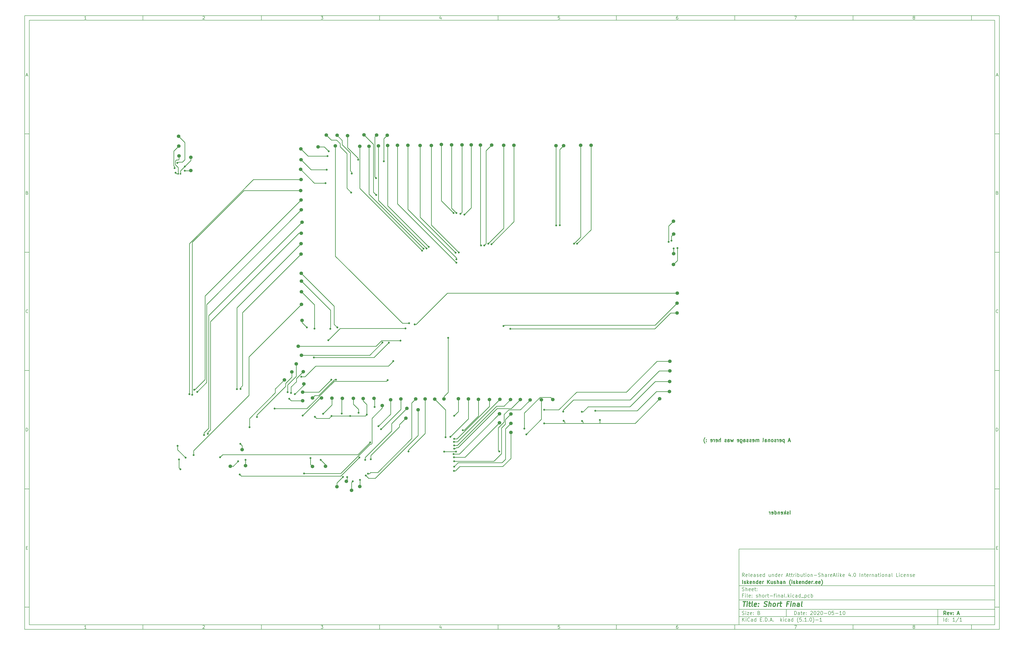
<source format=gbr>
G04 #@! TF.GenerationSoftware,KiCad,Pcbnew,(5.1.0)-1*
G04 #@! TF.CreationDate,2020-05-10T15:52:08-07:00*
G04 #@! TF.ProjectId,short-final,73686f72-742d-4666-996e-616c2e6b6963,A*
G04 #@! TF.SameCoordinates,Original*
G04 #@! TF.FileFunction,Copper,L2,Bot*
G04 #@! TF.FilePolarity,Positive*
%FSLAX46Y46*%
G04 Gerber Fmt 4.6, Leading zero omitted, Abs format (unit mm)*
G04 Created by KiCad (PCBNEW (5.1.0)-1) date 2020-05-10 15:52:08*
%MOMM*%
%LPD*%
G04 APERTURE LIST*
%ADD10C,0.100000*%
%ADD11C,0.150000*%
%ADD12C,0.300000*%
%ADD13C,0.400000*%
%ADD14C,0.590000*%
%ADD15C,1.500000*%
%ADD16C,0.800000*%
%ADD17C,0.250000*%
G04 APERTURE END LIST*
D10*
D11*
X311800000Y-235400000D02*
X311800000Y-267400000D01*
X419800000Y-267400000D01*
X419800000Y-235400000D01*
X311800000Y-235400000D01*
D10*
D11*
X10000000Y-10000000D02*
X10000000Y-269400000D01*
X421800000Y-269400000D01*
X421800000Y-10000000D01*
X10000000Y-10000000D01*
D10*
D11*
X12000000Y-12000000D02*
X12000000Y-267400000D01*
X419800000Y-267400000D01*
X419800000Y-12000000D01*
X12000000Y-12000000D01*
D10*
D11*
X60000000Y-12000000D02*
X60000000Y-10000000D01*
D10*
D11*
X110000000Y-12000000D02*
X110000000Y-10000000D01*
D10*
D11*
X160000000Y-12000000D02*
X160000000Y-10000000D01*
D10*
D11*
X210000000Y-12000000D02*
X210000000Y-10000000D01*
D10*
D11*
X260000000Y-12000000D02*
X260000000Y-10000000D01*
D10*
D11*
X310000000Y-12000000D02*
X310000000Y-10000000D01*
D10*
D11*
X360000000Y-12000000D02*
X360000000Y-10000000D01*
D10*
D11*
X410000000Y-12000000D02*
X410000000Y-10000000D01*
D10*
D11*
X36065476Y-11588095D02*
X35322619Y-11588095D01*
X35694047Y-11588095D02*
X35694047Y-10288095D01*
X35570238Y-10473809D01*
X35446428Y-10597619D01*
X35322619Y-10659523D01*
D10*
D11*
X85322619Y-10411904D02*
X85384523Y-10350000D01*
X85508333Y-10288095D01*
X85817857Y-10288095D01*
X85941666Y-10350000D01*
X86003571Y-10411904D01*
X86065476Y-10535714D01*
X86065476Y-10659523D01*
X86003571Y-10845238D01*
X85260714Y-11588095D01*
X86065476Y-11588095D01*
D10*
D11*
X135260714Y-10288095D02*
X136065476Y-10288095D01*
X135632142Y-10783333D01*
X135817857Y-10783333D01*
X135941666Y-10845238D01*
X136003571Y-10907142D01*
X136065476Y-11030952D01*
X136065476Y-11340476D01*
X136003571Y-11464285D01*
X135941666Y-11526190D01*
X135817857Y-11588095D01*
X135446428Y-11588095D01*
X135322619Y-11526190D01*
X135260714Y-11464285D01*
D10*
D11*
X185941666Y-10721428D02*
X185941666Y-11588095D01*
X185632142Y-10226190D02*
X185322619Y-11154761D01*
X186127380Y-11154761D01*
D10*
D11*
X236003571Y-10288095D02*
X235384523Y-10288095D01*
X235322619Y-10907142D01*
X235384523Y-10845238D01*
X235508333Y-10783333D01*
X235817857Y-10783333D01*
X235941666Y-10845238D01*
X236003571Y-10907142D01*
X236065476Y-11030952D01*
X236065476Y-11340476D01*
X236003571Y-11464285D01*
X235941666Y-11526190D01*
X235817857Y-11588095D01*
X235508333Y-11588095D01*
X235384523Y-11526190D01*
X235322619Y-11464285D01*
D10*
D11*
X285941666Y-10288095D02*
X285694047Y-10288095D01*
X285570238Y-10350000D01*
X285508333Y-10411904D01*
X285384523Y-10597619D01*
X285322619Y-10845238D01*
X285322619Y-11340476D01*
X285384523Y-11464285D01*
X285446428Y-11526190D01*
X285570238Y-11588095D01*
X285817857Y-11588095D01*
X285941666Y-11526190D01*
X286003571Y-11464285D01*
X286065476Y-11340476D01*
X286065476Y-11030952D01*
X286003571Y-10907142D01*
X285941666Y-10845238D01*
X285817857Y-10783333D01*
X285570238Y-10783333D01*
X285446428Y-10845238D01*
X285384523Y-10907142D01*
X285322619Y-11030952D01*
D10*
D11*
X335260714Y-10288095D02*
X336127380Y-10288095D01*
X335570238Y-11588095D01*
D10*
D11*
X385570238Y-10845238D02*
X385446428Y-10783333D01*
X385384523Y-10721428D01*
X385322619Y-10597619D01*
X385322619Y-10535714D01*
X385384523Y-10411904D01*
X385446428Y-10350000D01*
X385570238Y-10288095D01*
X385817857Y-10288095D01*
X385941666Y-10350000D01*
X386003571Y-10411904D01*
X386065476Y-10535714D01*
X386065476Y-10597619D01*
X386003571Y-10721428D01*
X385941666Y-10783333D01*
X385817857Y-10845238D01*
X385570238Y-10845238D01*
X385446428Y-10907142D01*
X385384523Y-10969047D01*
X385322619Y-11092857D01*
X385322619Y-11340476D01*
X385384523Y-11464285D01*
X385446428Y-11526190D01*
X385570238Y-11588095D01*
X385817857Y-11588095D01*
X385941666Y-11526190D01*
X386003571Y-11464285D01*
X386065476Y-11340476D01*
X386065476Y-11092857D01*
X386003571Y-10969047D01*
X385941666Y-10907142D01*
X385817857Y-10845238D01*
D10*
D11*
X60000000Y-267400000D02*
X60000000Y-269400000D01*
D10*
D11*
X110000000Y-267400000D02*
X110000000Y-269400000D01*
D10*
D11*
X160000000Y-267400000D02*
X160000000Y-269400000D01*
D10*
D11*
X210000000Y-267400000D02*
X210000000Y-269400000D01*
D10*
D11*
X260000000Y-267400000D02*
X260000000Y-269400000D01*
D10*
D11*
X310000000Y-267400000D02*
X310000000Y-269400000D01*
D10*
D11*
X360000000Y-267400000D02*
X360000000Y-269400000D01*
D10*
D11*
X410000000Y-267400000D02*
X410000000Y-269400000D01*
D10*
D11*
X36065476Y-268988095D02*
X35322619Y-268988095D01*
X35694047Y-268988095D02*
X35694047Y-267688095D01*
X35570238Y-267873809D01*
X35446428Y-267997619D01*
X35322619Y-268059523D01*
D10*
D11*
X85322619Y-267811904D02*
X85384523Y-267750000D01*
X85508333Y-267688095D01*
X85817857Y-267688095D01*
X85941666Y-267750000D01*
X86003571Y-267811904D01*
X86065476Y-267935714D01*
X86065476Y-268059523D01*
X86003571Y-268245238D01*
X85260714Y-268988095D01*
X86065476Y-268988095D01*
D10*
D11*
X135260714Y-267688095D02*
X136065476Y-267688095D01*
X135632142Y-268183333D01*
X135817857Y-268183333D01*
X135941666Y-268245238D01*
X136003571Y-268307142D01*
X136065476Y-268430952D01*
X136065476Y-268740476D01*
X136003571Y-268864285D01*
X135941666Y-268926190D01*
X135817857Y-268988095D01*
X135446428Y-268988095D01*
X135322619Y-268926190D01*
X135260714Y-268864285D01*
D10*
D11*
X185941666Y-268121428D02*
X185941666Y-268988095D01*
X185632142Y-267626190D02*
X185322619Y-268554761D01*
X186127380Y-268554761D01*
D10*
D11*
X236003571Y-267688095D02*
X235384523Y-267688095D01*
X235322619Y-268307142D01*
X235384523Y-268245238D01*
X235508333Y-268183333D01*
X235817857Y-268183333D01*
X235941666Y-268245238D01*
X236003571Y-268307142D01*
X236065476Y-268430952D01*
X236065476Y-268740476D01*
X236003571Y-268864285D01*
X235941666Y-268926190D01*
X235817857Y-268988095D01*
X235508333Y-268988095D01*
X235384523Y-268926190D01*
X235322619Y-268864285D01*
D10*
D11*
X285941666Y-267688095D02*
X285694047Y-267688095D01*
X285570238Y-267750000D01*
X285508333Y-267811904D01*
X285384523Y-267997619D01*
X285322619Y-268245238D01*
X285322619Y-268740476D01*
X285384523Y-268864285D01*
X285446428Y-268926190D01*
X285570238Y-268988095D01*
X285817857Y-268988095D01*
X285941666Y-268926190D01*
X286003571Y-268864285D01*
X286065476Y-268740476D01*
X286065476Y-268430952D01*
X286003571Y-268307142D01*
X285941666Y-268245238D01*
X285817857Y-268183333D01*
X285570238Y-268183333D01*
X285446428Y-268245238D01*
X285384523Y-268307142D01*
X285322619Y-268430952D01*
D10*
D11*
X335260714Y-267688095D02*
X336127380Y-267688095D01*
X335570238Y-268988095D01*
D10*
D11*
X385570238Y-268245238D02*
X385446428Y-268183333D01*
X385384523Y-268121428D01*
X385322619Y-267997619D01*
X385322619Y-267935714D01*
X385384523Y-267811904D01*
X385446428Y-267750000D01*
X385570238Y-267688095D01*
X385817857Y-267688095D01*
X385941666Y-267750000D01*
X386003571Y-267811904D01*
X386065476Y-267935714D01*
X386065476Y-267997619D01*
X386003571Y-268121428D01*
X385941666Y-268183333D01*
X385817857Y-268245238D01*
X385570238Y-268245238D01*
X385446428Y-268307142D01*
X385384523Y-268369047D01*
X385322619Y-268492857D01*
X385322619Y-268740476D01*
X385384523Y-268864285D01*
X385446428Y-268926190D01*
X385570238Y-268988095D01*
X385817857Y-268988095D01*
X385941666Y-268926190D01*
X386003571Y-268864285D01*
X386065476Y-268740476D01*
X386065476Y-268492857D01*
X386003571Y-268369047D01*
X385941666Y-268307142D01*
X385817857Y-268245238D01*
D10*
D11*
X10000000Y-60000000D02*
X12000000Y-60000000D01*
D10*
D11*
X10000000Y-110000000D02*
X12000000Y-110000000D01*
D10*
D11*
X10000000Y-160000000D02*
X12000000Y-160000000D01*
D10*
D11*
X10000000Y-210000000D02*
X12000000Y-210000000D01*
D10*
D11*
X10000000Y-260000000D02*
X12000000Y-260000000D01*
D10*
D11*
X10690476Y-35216666D02*
X11309523Y-35216666D01*
X10566666Y-35588095D02*
X11000000Y-34288095D01*
X11433333Y-35588095D01*
D10*
D11*
X11092857Y-84907142D02*
X11278571Y-84969047D01*
X11340476Y-85030952D01*
X11402380Y-85154761D01*
X11402380Y-85340476D01*
X11340476Y-85464285D01*
X11278571Y-85526190D01*
X11154761Y-85588095D01*
X10659523Y-85588095D01*
X10659523Y-84288095D01*
X11092857Y-84288095D01*
X11216666Y-84350000D01*
X11278571Y-84411904D01*
X11340476Y-84535714D01*
X11340476Y-84659523D01*
X11278571Y-84783333D01*
X11216666Y-84845238D01*
X11092857Y-84907142D01*
X10659523Y-84907142D01*
D10*
D11*
X11402380Y-135464285D02*
X11340476Y-135526190D01*
X11154761Y-135588095D01*
X11030952Y-135588095D01*
X10845238Y-135526190D01*
X10721428Y-135402380D01*
X10659523Y-135278571D01*
X10597619Y-135030952D01*
X10597619Y-134845238D01*
X10659523Y-134597619D01*
X10721428Y-134473809D01*
X10845238Y-134350000D01*
X11030952Y-134288095D01*
X11154761Y-134288095D01*
X11340476Y-134350000D01*
X11402380Y-134411904D01*
D10*
D11*
X10659523Y-185588095D02*
X10659523Y-184288095D01*
X10969047Y-184288095D01*
X11154761Y-184350000D01*
X11278571Y-184473809D01*
X11340476Y-184597619D01*
X11402380Y-184845238D01*
X11402380Y-185030952D01*
X11340476Y-185278571D01*
X11278571Y-185402380D01*
X11154761Y-185526190D01*
X10969047Y-185588095D01*
X10659523Y-185588095D01*
D10*
D11*
X10721428Y-234907142D02*
X11154761Y-234907142D01*
X11340476Y-235588095D02*
X10721428Y-235588095D01*
X10721428Y-234288095D01*
X11340476Y-234288095D01*
D10*
D11*
X421800000Y-60000000D02*
X419800000Y-60000000D01*
D10*
D11*
X421800000Y-110000000D02*
X419800000Y-110000000D01*
D10*
D11*
X421800000Y-160000000D02*
X419800000Y-160000000D01*
D10*
D11*
X421800000Y-210000000D02*
X419800000Y-210000000D01*
D10*
D11*
X421800000Y-260000000D02*
X419800000Y-260000000D01*
D10*
D11*
X420490476Y-35216666D02*
X421109523Y-35216666D01*
X420366666Y-35588095D02*
X420800000Y-34288095D01*
X421233333Y-35588095D01*
D10*
D11*
X420892857Y-84907142D02*
X421078571Y-84969047D01*
X421140476Y-85030952D01*
X421202380Y-85154761D01*
X421202380Y-85340476D01*
X421140476Y-85464285D01*
X421078571Y-85526190D01*
X420954761Y-85588095D01*
X420459523Y-85588095D01*
X420459523Y-84288095D01*
X420892857Y-84288095D01*
X421016666Y-84350000D01*
X421078571Y-84411904D01*
X421140476Y-84535714D01*
X421140476Y-84659523D01*
X421078571Y-84783333D01*
X421016666Y-84845238D01*
X420892857Y-84907142D01*
X420459523Y-84907142D01*
D10*
D11*
X421202380Y-135464285D02*
X421140476Y-135526190D01*
X420954761Y-135588095D01*
X420830952Y-135588095D01*
X420645238Y-135526190D01*
X420521428Y-135402380D01*
X420459523Y-135278571D01*
X420397619Y-135030952D01*
X420397619Y-134845238D01*
X420459523Y-134597619D01*
X420521428Y-134473809D01*
X420645238Y-134350000D01*
X420830952Y-134288095D01*
X420954761Y-134288095D01*
X421140476Y-134350000D01*
X421202380Y-134411904D01*
D10*
D11*
X420459523Y-185588095D02*
X420459523Y-184288095D01*
X420769047Y-184288095D01*
X420954761Y-184350000D01*
X421078571Y-184473809D01*
X421140476Y-184597619D01*
X421202380Y-184845238D01*
X421202380Y-185030952D01*
X421140476Y-185278571D01*
X421078571Y-185402380D01*
X420954761Y-185526190D01*
X420769047Y-185588095D01*
X420459523Y-185588095D01*
D10*
D11*
X420521428Y-234907142D02*
X420954761Y-234907142D01*
X421140476Y-235588095D02*
X420521428Y-235588095D01*
X420521428Y-234288095D01*
X421140476Y-234288095D01*
D10*
D11*
X335232142Y-263178571D02*
X335232142Y-261678571D01*
X335589285Y-261678571D01*
X335803571Y-261750000D01*
X335946428Y-261892857D01*
X336017857Y-262035714D01*
X336089285Y-262321428D01*
X336089285Y-262535714D01*
X336017857Y-262821428D01*
X335946428Y-262964285D01*
X335803571Y-263107142D01*
X335589285Y-263178571D01*
X335232142Y-263178571D01*
X337375000Y-263178571D02*
X337375000Y-262392857D01*
X337303571Y-262250000D01*
X337160714Y-262178571D01*
X336875000Y-262178571D01*
X336732142Y-262250000D01*
X337375000Y-263107142D02*
X337232142Y-263178571D01*
X336875000Y-263178571D01*
X336732142Y-263107142D01*
X336660714Y-262964285D01*
X336660714Y-262821428D01*
X336732142Y-262678571D01*
X336875000Y-262607142D01*
X337232142Y-262607142D01*
X337375000Y-262535714D01*
X337875000Y-262178571D02*
X338446428Y-262178571D01*
X338089285Y-261678571D02*
X338089285Y-262964285D01*
X338160714Y-263107142D01*
X338303571Y-263178571D01*
X338446428Y-263178571D01*
X339517857Y-263107142D02*
X339375000Y-263178571D01*
X339089285Y-263178571D01*
X338946428Y-263107142D01*
X338875000Y-262964285D01*
X338875000Y-262392857D01*
X338946428Y-262250000D01*
X339089285Y-262178571D01*
X339375000Y-262178571D01*
X339517857Y-262250000D01*
X339589285Y-262392857D01*
X339589285Y-262535714D01*
X338875000Y-262678571D01*
X340232142Y-263035714D02*
X340303571Y-263107142D01*
X340232142Y-263178571D01*
X340160714Y-263107142D01*
X340232142Y-263035714D01*
X340232142Y-263178571D01*
X340232142Y-262250000D02*
X340303571Y-262321428D01*
X340232142Y-262392857D01*
X340160714Y-262321428D01*
X340232142Y-262250000D01*
X340232142Y-262392857D01*
X342017857Y-261821428D02*
X342089285Y-261750000D01*
X342232142Y-261678571D01*
X342589285Y-261678571D01*
X342732142Y-261750000D01*
X342803571Y-261821428D01*
X342875000Y-261964285D01*
X342875000Y-262107142D01*
X342803571Y-262321428D01*
X341946428Y-263178571D01*
X342875000Y-263178571D01*
X343803571Y-261678571D02*
X343946428Y-261678571D01*
X344089285Y-261750000D01*
X344160714Y-261821428D01*
X344232142Y-261964285D01*
X344303571Y-262250000D01*
X344303571Y-262607142D01*
X344232142Y-262892857D01*
X344160714Y-263035714D01*
X344089285Y-263107142D01*
X343946428Y-263178571D01*
X343803571Y-263178571D01*
X343660714Y-263107142D01*
X343589285Y-263035714D01*
X343517857Y-262892857D01*
X343446428Y-262607142D01*
X343446428Y-262250000D01*
X343517857Y-261964285D01*
X343589285Y-261821428D01*
X343660714Y-261750000D01*
X343803571Y-261678571D01*
X344875000Y-261821428D02*
X344946428Y-261750000D01*
X345089285Y-261678571D01*
X345446428Y-261678571D01*
X345589285Y-261750000D01*
X345660714Y-261821428D01*
X345732142Y-261964285D01*
X345732142Y-262107142D01*
X345660714Y-262321428D01*
X344803571Y-263178571D01*
X345732142Y-263178571D01*
X346660714Y-261678571D02*
X346803571Y-261678571D01*
X346946428Y-261750000D01*
X347017857Y-261821428D01*
X347089285Y-261964285D01*
X347160714Y-262250000D01*
X347160714Y-262607142D01*
X347089285Y-262892857D01*
X347017857Y-263035714D01*
X346946428Y-263107142D01*
X346803571Y-263178571D01*
X346660714Y-263178571D01*
X346517857Y-263107142D01*
X346446428Y-263035714D01*
X346375000Y-262892857D01*
X346303571Y-262607142D01*
X346303571Y-262250000D01*
X346375000Y-261964285D01*
X346446428Y-261821428D01*
X346517857Y-261750000D01*
X346660714Y-261678571D01*
X347803571Y-262607142D02*
X348946428Y-262607142D01*
X349946428Y-261678571D02*
X350089285Y-261678571D01*
X350232142Y-261750000D01*
X350303571Y-261821428D01*
X350375000Y-261964285D01*
X350446428Y-262250000D01*
X350446428Y-262607142D01*
X350375000Y-262892857D01*
X350303571Y-263035714D01*
X350232142Y-263107142D01*
X350089285Y-263178571D01*
X349946428Y-263178571D01*
X349803571Y-263107142D01*
X349732142Y-263035714D01*
X349660714Y-262892857D01*
X349589285Y-262607142D01*
X349589285Y-262250000D01*
X349660714Y-261964285D01*
X349732142Y-261821428D01*
X349803571Y-261750000D01*
X349946428Y-261678571D01*
X351803571Y-261678571D02*
X351089285Y-261678571D01*
X351017857Y-262392857D01*
X351089285Y-262321428D01*
X351232142Y-262250000D01*
X351589285Y-262250000D01*
X351732142Y-262321428D01*
X351803571Y-262392857D01*
X351875000Y-262535714D01*
X351875000Y-262892857D01*
X351803571Y-263035714D01*
X351732142Y-263107142D01*
X351589285Y-263178571D01*
X351232142Y-263178571D01*
X351089285Y-263107142D01*
X351017857Y-263035714D01*
X352517857Y-262607142D02*
X353660714Y-262607142D01*
X355160714Y-263178571D02*
X354303571Y-263178571D01*
X354732142Y-263178571D02*
X354732142Y-261678571D01*
X354589285Y-261892857D01*
X354446428Y-262035714D01*
X354303571Y-262107142D01*
X356089285Y-261678571D02*
X356232142Y-261678571D01*
X356375000Y-261750000D01*
X356446428Y-261821428D01*
X356517857Y-261964285D01*
X356589285Y-262250000D01*
X356589285Y-262607142D01*
X356517857Y-262892857D01*
X356446428Y-263035714D01*
X356375000Y-263107142D01*
X356232142Y-263178571D01*
X356089285Y-263178571D01*
X355946428Y-263107142D01*
X355875000Y-263035714D01*
X355803571Y-262892857D01*
X355732142Y-262607142D01*
X355732142Y-262250000D01*
X355803571Y-261964285D01*
X355875000Y-261821428D01*
X355946428Y-261750000D01*
X356089285Y-261678571D01*
D10*
D11*
X311800000Y-263900000D02*
X419800000Y-263900000D01*
D10*
D11*
X313232142Y-265978571D02*
X313232142Y-264478571D01*
X314089285Y-265978571D02*
X313446428Y-265121428D01*
X314089285Y-264478571D02*
X313232142Y-265335714D01*
X314732142Y-265978571D02*
X314732142Y-264978571D01*
X314732142Y-264478571D02*
X314660714Y-264550000D01*
X314732142Y-264621428D01*
X314803571Y-264550000D01*
X314732142Y-264478571D01*
X314732142Y-264621428D01*
X316303571Y-265835714D02*
X316232142Y-265907142D01*
X316017857Y-265978571D01*
X315875000Y-265978571D01*
X315660714Y-265907142D01*
X315517857Y-265764285D01*
X315446428Y-265621428D01*
X315375000Y-265335714D01*
X315375000Y-265121428D01*
X315446428Y-264835714D01*
X315517857Y-264692857D01*
X315660714Y-264550000D01*
X315875000Y-264478571D01*
X316017857Y-264478571D01*
X316232142Y-264550000D01*
X316303571Y-264621428D01*
X317589285Y-265978571D02*
X317589285Y-265192857D01*
X317517857Y-265050000D01*
X317375000Y-264978571D01*
X317089285Y-264978571D01*
X316946428Y-265050000D01*
X317589285Y-265907142D02*
X317446428Y-265978571D01*
X317089285Y-265978571D01*
X316946428Y-265907142D01*
X316875000Y-265764285D01*
X316875000Y-265621428D01*
X316946428Y-265478571D01*
X317089285Y-265407142D01*
X317446428Y-265407142D01*
X317589285Y-265335714D01*
X318946428Y-265978571D02*
X318946428Y-264478571D01*
X318946428Y-265907142D02*
X318803571Y-265978571D01*
X318517857Y-265978571D01*
X318375000Y-265907142D01*
X318303571Y-265835714D01*
X318232142Y-265692857D01*
X318232142Y-265264285D01*
X318303571Y-265121428D01*
X318375000Y-265050000D01*
X318517857Y-264978571D01*
X318803571Y-264978571D01*
X318946428Y-265050000D01*
X320803571Y-265192857D02*
X321303571Y-265192857D01*
X321517857Y-265978571D02*
X320803571Y-265978571D01*
X320803571Y-264478571D01*
X321517857Y-264478571D01*
X322160714Y-265835714D02*
X322232142Y-265907142D01*
X322160714Y-265978571D01*
X322089285Y-265907142D01*
X322160714Y-265835714D01*
X322160714Y-265978571D01*
X322875000Y-265978571D02*
X322875000Y-264478571D01*
X323232142Y-264478571D01*
X323446428Y-264550000D01*
X323589285Y-264692857D01*
X323660714Y-264835714D01*
X323732142Y-265121428D01*
X323732142Y-265335714D01*
X323660714Y-265621428D01*
X323589285Y-265764285D01*
X323446428Y-265907142D01*
X323232142Y-265978571D01*
X322875000Y-265978571D01*
X324375000Y-265835714D02*
X324446428Y-265907142D01*
X324375000Y-265978571D01*
X324303571Y-265907142D01*
X324375000Y-265835714D01*
X324375000Y-265978571D01*
X325017857Y-265550000D02*
X325732142Y-265550000D01*
X324875000Y-265978571D02*
X325375000Y-264478571D01*
X325875000Y-265978571D01*
X326375000Y-265835714D02*
X326446428Y-265907142D01*
X326375000Y-265978571D01*
X326303571Y-265907142D01*
X326375000Y-265835714D01*
X326375000Y-265978571D01*
X329375000Y-265978571D02*
X329375000Y-264478571D01*
X329517857Y-265407142D02*
X329946428Y-265978571D01*
X329946428Y-264978571D02*
X329375000Y-265550000D01*
X330589285Y-265978571D02*
X330589285Y-264978571D01*
X330589285Y-264478571D02*
X330517857Y-264550000D01*
X330589285Y-264621428D01*
X330660714Y-264550000D01*
X330589285Y-264478571D01*
X330589285Y-264621428D01*
X331946428Y-265907142D02*
X331803571Y-265978571D01*
X331517857Y-265978571D01*
X331375000Y-265907142D01*
X331303571Y-265835714D01*
X331232142Y-265692857D01*
X331232142Y-265264285D01*
X331303571Y-265121428D01*
X331375000Y-265050000D01*
X331517857Y-264978571D01*
X331803571Y-264978571D01*
X331946428Y-265050000D01*
X333232142Y-265978571D02*
X333232142Y-265192857D01*
X333160714Y-265050000D01*
X333017857Y-264978571D01*
X332732142Y-264978571D01*
X332589285Y-265050000D01*
X333232142Y-265907142D02*
X333089285Y-265978571D01*
X332732142Y-265978571D01*
X332589285Y-265907142D01*
X332517857Y-265764285D01*
X332517857Y-265621428D01*
X332589285Y-265478571D01*
X332732142Y-265407142D01*
X333089285Y-265407142D01*
X333232142Y-265335714D01*
X334589285Y-265978571D02*
X334589285Y-264478571D01*
X334589285Y-265907142D02*
X334446428Y-265978571D01*
X334160714Y-265978571D01*
X334017857Y-265907142D01*
X333946428Y-265835714D01*
X333875000Y-265692857D01*
X333875000Y-265264285D01*
X333946428Y-265121428D01*
X334017857Y-265050000D01*
X334160714Y-264978571D01*
X334446428Y-264978571D01*
X334589285Y-265050000D01*
X336875000Y-266550000D02*
X336803571Y-266478571D01*
X336660714Y-266264285D01*
X336589285Y-266121428D01*
X336517857Y-265907142D01*
X336446428Y-265550000D01*
X336446428Y-265264285D01*
X336517857Y-264907142D01*
X336589285Y-264692857D01*
X336660714Y-264550000D01*
X336803571Y-264335714D01*
X336875000Y-264264285D01*
X338160714Y-264478571D02*
X337446428Y-264478571D01*
X337375000Y-265192857D01*
X337446428Y-265121428D01*
X337589285Y-265050000D01*
X337946428Y-265050000D01*
X338089285Y-265121428D01*
X338160714Y-265192857D01*
X338232142Y-265335714D01*
X338232142Y-265692857D01*
X338160714Y-265835714D01*
X338089285Y-265907142D01*
X337946428Y-265978571D01*
X337589285Y-265978571D01*
X337446428Y-265907142D01*
X337375000Y-265835714D01*
X338875000Y-265835714D02*
X338946428Y-265907142D01*
X338875000Y-265978571D01*
X338803571Y-265907142D01*
X338875000Y-265835714D01*
X338875000Y-265978571D01*
X340375000Y-265978571D02*
X339517857Y-265978571D01*
X339946428Y-265978571D02*
X339946428Y-264478571D01*
X339803571Y-264692857D01*
X339660714Y-264835714D01*
X339517857Y-264907142D01*
X341017857Y-265835714D02*
X341089285Y-265907142D01*
X341017857Y-265978571D01*
X340946428Y-265907142D01*
X341017857Y-265835714D01*
X341017857Y-265978571D01*
X342017857Y-264478571D02*
X342160714Y-264478571D01*
X342303571Y-264550000D01*
X342375000Y-264621428D01*
X342446428Y-264764285D01*
X342517857Y-265050000D01*
X342517857Y-265407142D01*
X342446428Y-265692857D01*
X342375000Y-265835714D01*
X342303571Y-265907142D01*
X342160714Y-265978571D01*
X342017857Y-265978571D01*
X341875000Y-265907142D01*
X341803571Y-265835714D01*
X341732142Y-265692857D01*
X341660714Y-265407142D01*
X341660714Y-265050000D01*
X341732142Y-264764285D01*
X341803571Y-264621428D01*
X341875000Y-264550000D01*
X342017857Y-264478571D01*
X343017857Y-266550000D02*
X343089285Y-266478571D01*
X343232142Y-266264285D01*
X343303571Y-266121428D01*
X343375000Y-265907142D01*
X343446428Y-265550000D01*
X343446428Y-265264285D01*
X343375000Y-264907142D01*
X343303571Y-264692857D01*
X343232142Y-264550000D01*
X343089285Y-264335714D01*
X343017857Y-264264285D01*
X344160714Y-265407142D02*
X345303571Y-265407142D01*
X346803571Y-265978571D02*
X345946428Y-265978571D01*
X346375000Y-265978571D02*
X346375000Y-264478571D01*
X346232142Y-264692857D01*
X346089285Y-264835714D01*
X345946428Y-264907142D01*
D10*
D11*
X311800000Y-260900000D02*
X419800000Y-260900000D01*
D10*
D12*
X399209285Y-263178571D02*
X398709285Y-262464285D01*
X398352142Y-263178571D02*
X398352142Y-261678571D01*
X398923571Y-261678571D01*
X399066428Y-261750000D01*
X399137857Y-261821428D01*
X399209285Y-261964285D01*
X399209285Y-262178571D01*
X399137857Y-262321428D01*
X399066428Y-262392857D01*
X398923571Y-262464285D01*
X398352142Y-262464285D01*
X400423571Y-263107142D02*
X400280714Y-263178571D01*
X399995000Y-263178571D01*
X399852142Y-263107142D01*
X399780714Y-262964285D01*
X399780714Y-262392857D01*
X399852142Y-262250000D01*
X399995000Y-262178571D01*
X400280714Y-262178571D01*
X400423571Y-262250000D01*
X400495000Y-262392857D01*
X400495000Y-262535714D01*
X399780714Y-262678571D01*
X400995000Y-262178571D02*
X401352142Y-263178571D01*
X401709285Y-262178571D01*
X402280714Y-263035714D02*
X402352142Y-263107142D01*
X402280714Y-263178571D01*
X402209285Y-263107142D01*
X402280714Y-263035714D01*
X402280714Y-263178571D01*
X402280714Y-262250000D02*
X402352142Y-262321428D01*
X402280714Y-262392857D01*
X402209285Y-262321428D01*
X402280714Y-262250000D01*
X402280714Y-262392857D01*
X404066428Y-262750000D02*
X404780714Y-262750000D01*
X403923571Y-263178571D02*
X404423571Y-261678571D01*
X404923571Y-263178571D01*
D10*
D11*
X313160714Y-263107142D02*
X313375000Y-263178571D01*
X313732142Y-263178571D01*
X313875000Y-263107142D01*
X313946428Y-263035714D01*
X314017857Y-262892857D01*
X314017857Y-262750000D01*
X313946428Y-262607142D01*
X313875000Y-262535714D01*
X313732142Y-262464285D01*
X313446428Y-262392857D01*
X313303571Y-262321428D01*
X313232142Y-262250000D01*
X313160714Y-262107142D01*
X313160714Y-261964285D01*
X313232142Y-261821428D01*
X313303571Y-261750000D01*
X313446428Y-261678571D01*
X313803571Y-261678571D01*
X314017857Y-261750000D01*
X314660714Y-263178571D02*
X314660714Y-262178571D01*
X314660714Y-261678571D02*
X314589285Y-261750000D01*
X314660714Y-261821428D01*
X314732142Y-261750000D01*
X314660714Y-261678571D01*
X314660714Y-261821428D01*
X315232142Y-262178571D02*
X316017857Y-262178571D01*
X315232142Y-263178571D01*
X316017857Y-263178571D01*
X317160714Y-263107142D02*
X317017857Y-263178571D01*
X316732142Y-263178571D01*
X316589285Y-263107142D01*
X316517857Y-262964285D01*
X316517857Y-262392857D01*
X316589285Y-262250000D01*
X316732142Y-262178571D01*
X317017857Y-262178571D01*
X317160714Y-262250000D01*
X317232142Y-262392857D01*
X317232142Y-262535714D01*
X316517857Y-262678571D01*
X317875000Y-263035714D02*
X317946428Y-263107142D01*
X317875000Y-263178571D01*
X317803571Y-263107142D01*
X317875000Y-263035714D01*
X317875000Y-263178571D01*
X317875000Y-262250000D02*
X317946428Y-262321428D01*
X317875000Y-262392857D01*
X317803571Y-262321428D01*
X317875000Y-262250000D01*
X317875000Y-262392857D01*
X320232142Y-262392857D02*
X320446428Y-262464285D01*
X320517857Y-262535714D01*
X320589285Y-262678571D01*
X320589285Y-262892857D01*
X320517857Y-263035714D01*
X320446428Y-263107142D01*
X320303571Y-263178571D01*
X319732142Y-263178571D01*
X319732142Y-261678571D01*
X320232142Y-261678571D01*
X320375000Y-261750000D01*
X320446428Y-261821428D01*
X320517857Y-261964285D01*
X320517857Y-262107142D01*
X320446428Y-262250000D01*
X320375000Y-262321428D01*
X320232142Y-262392857D01*
X319732142Y-262392857D01*
D10*
D11*
X398232142Y-265978571D02*
X398232142Y-264478571D01*
X399589285Y-265978571D02*
X399589285Y-264478571D01*
X399589285Y-265907142D02*
X399446428Y-265978571D01*
X399160714Y-265978571D01*
X399017857Y-265907142D01*
X398946428Y-265835714D01*
X398875000Y-265692857D01*
X398875000Y-265264285D01*
X398946428Y-265121428D01*
X399017857Y-265050000D01*
X399160714Y-264978571D01*
X399446428Y-264978571D01*
X399589285Y-265050000D01*
X400303571Y-265835714D02*
X400375000Y-265907142D01*
X400303571Y-265978571D01*
X400232142Y-265907142D01*
X400303571Y-265835714D01*
X400303571Y-265978571D01*
X400303571Y-265050000D02*
X400375000Y-265121428D01*
X400303571Y-265192857D01*
X400232142Y-265121428D01*
X400303571Y-265050000D01*
X400303571Y-265192857D01*
X402946428Y-265978571D02*
X402089285Y-265978571D01*
X402517857Y-265978571D02*
X402517857Y-264478571D01*
X402375000Y-264692857D01*
X402232142Y-264835714D01*
X402089285Y-264907142D01*
X404660714Y-264407142D02*
X403375000Y-266335714D01*
X405946428Y-265978571D02*
X405089285Y-265978571D01*
X405517857Y-265978571D02*
X405517857Y-264478571D01*
X405375000Y-264692857D01*
X405232142Y-264835714D01*
X405089285Y-264907142D01*
D10*
D11*
X311800000Y-256900000D02*
X419800000Y-256900000D01*
D10*
D13*
X313512380Y-257604761D02*
X314655238Y-257604761D01*
X313833809Y-259604761D02*
X314083809Y-257604761D01*
X315071904Y-259604761D02*
X315238571Y-258271428D01*
X315321904Y-257604761D02*
X315214761Y-257700000D01*
X315298095Y-257795238D01*
X315405238Y-257700000D01*
X315321904Y-257604761D01*
X315298095Y-257795238D01*
X315905238Y-258271428D02*
X316667142Y-258271428D01*
X316274285Y-257604761D02*
X316060000Y-259319047D01*
X316131428Y-259509523D01*
X316310000Y-259604761D01*
X316500476Y-259604761D01*
X317452857Y-259604761D02*
X317274285Y-259509523D01*
X317202857Y-259319047D01*
X317417142Y-257604761D01*
X318988571Y-259509523D02*
X318786190Y-259604761D01*
X318405238Y-259604761D01*
X318226666Y-259509523D01*
X318155238Y-259319047D01*
X318250476Y-258557142D01*
X318369523Y-258366666D01*
X318571904Y-258271428D01*
X318952857Y-258271428D01*
X319131428Y-258366666D01*
X319202857Y-258557142D01*
X319179047Y-258747619D01*
X318202857Y-258938095D01*
X319952857Y-259414285D02*
X320036190Y-259509523D01*
X319929047Y-259604761D01*
X319845714Y-259509523D01*
X319952857Y-259414285D01*
X319929047Y-259604761D01*
X320083809Y-258366666D02*
X320167142Y-258461904D01*
X320060000Y-258557142D01*
X319976666Y-258461904D01*
X320083809Y-258366666D01*
X320060000Y-258557142D01*
X322321904Y-259509523D02*
X322595714Y-259604761D01*
X323071904Y-259604761D01*
X323274285Y-259509523D01*
X323381428Y-259414285D01*
X323500476Y-259223809D01*
X323524285Y-259033333D01*
X323452857Y-258842857D01*
X323369523Y-258747619D01*
X323190952Y-258652380D01*
X322821904Y-258557142D01*
X322643333Y-258461904D01*
X322560000Y-258366666D01*
X322488571Y-258176190D01*
X322512380Y-257985714D01*
X322631428Y-257795238D01*
X322738571Y-257700000D01*
X322940952Y-257604761D01*
X323417142Y-257604761D01*
X323690952Y-257700000D01*
X324310000Y-259604761D02*
X324560000Y-257604761D01*
X325167142Y-259604761D02*
X325298095Y-258557142D01*
X325226666Y-258366666D01*
X325048095Y-258271428D01*
X324762380Y-258271428D01*
X324560000Y-258366666D01*
X324452857Y-258461904D01*
X326405238Y-259604761D02*
X326226666Y-259509523D01*
X326143333Y-259414285D01*
X326071904Y-259223809D01*
X326143333Y-258652380D01*
X326262380Y-258461904D01*
X326369523Y-258366666D01*
X326571904Y-258271428D01*
X326857619Y-258271428D01*
X327036190Y-258366666D01*
X327119523Y-258461904D01*
X327190952Y-258652380D01*
X327119523Y-259223809D01*
X327000476Y-259414285D01*
X326893333Y-259509523D01*
X326690952Y-259604761D01*
X326405238Y-259604761D01*
X327929047Y-259604761D02*
X328095714Y-258271428D01*
X328048095Y-258652380D02*
X328167142Y-258461904D01*
X328274285Y-258366666D01*
X328476666Y-258271428D01*
X328667142Y-258271428D01*
X329048095Y-258271428D02*
X329810000Y-258271428D01*
X329417142Y-257604761D02*
X329202857Y-259319047D01*
X329274285Y-259509523D01*
X329452857Y-259604761D01*
X329643333Y-259604761D01*
X332631428Y-258557142D02*
X331964761Y-258557142D01*
X331833809Y-259604761D02*
X332083809Y-257604761D01*
X333036190Y-257604761D01*
X333548095Y-259604761D02*
X333714761Y-258271428D01*
X333798095Y-257604761D02*
X333690952Y-257700000D01*
X333774285Y-257795238D01*
X333881428Y-257700000D01*
X333798095Y-257604761D01*
X333774285Y-257795238D01*
X334667142Y-258271428D02*
X334500476Y-259604761D01*
X334643333Y-258461904D02*
X334750476Y-258366666D01*
X334952857Y-258271428D01*
X335238571Y-258271428D01*
X335417142Y-258366666D01*
X335488571Y-258557142D01*
X335357619Y-259604761D01*
X337167142Y-259604761D02*
X337298095Y-258557142D01*
X337226666Y-258366666D01*
X337048095Y-258271428D01*
X336667142Y-258271428D01*
X336464761Y-258366666D01*
X337179047Y-259509523D02*
X336976666Y-259604761D01*
X336500476Y-259604761D01*
X336321904Y-259509523D01*
X336250476Y-259319047D01*
X336274285Y-259128571D01*
X336393333Y-258938095D01*
X336595714Y-258842857D01*
X337071904Y-258842857D01*
X337274285Y-258747619D01*
X338405238Y-259604761D02*
X338226666Y-259509523D01*
X338155238Y-259319047D01*
X338369523Y-257604761D01*
D10*
D11*
X313732142Y-254992857D02*
X313232142Y-254992857D01*
X313232142Y-255778571D02*
X313232142Y-254278571D01*
X313946428Y-254278571D01*
X314517857Y-255778571D02*
X314517857Y-254778571D01*
X314517857Y-254278571D02*
X314446428Y-254350000D01*
X314517857Y-254421428D01*
X314589285Y-254350000D01*
X314517857Y-254278571D01*
X314517857Y-254421428D01*
X315446428Y-255778571D02*
X315303571Y-255707142D01*
X315232142Y-255564285D01*
X315232142Y-254278571D01*
X316589285Y-255707142D02*
X316446428Y-255778571D01*
X316160714Y-255778571D01*
X316017857Y-255707142D01*
X315946428Y-255564285D01*
X315946428Y-254992857D01*
X316017857Y-254850000D01*
X316160714Y-254778571D01*
X316446428Y-254778571D01*
X316589285Y-254850000D01*
X316660714Y-254992857D01*
X316660714Y-255135714D01*
X315946428Y-255278571D01*
X317303571Y-255635714D02*
X317375000Y-255707142D01*
X317303571Y-255778571D01*
X317232142Y-255707142D01*
X317303571Y-255635714D01*
X317303571Y-255778571D01*
X317303571Y-254850000D02*
X317375000Y-254921428D01*
X317303571Y-254992857D01*
X317232142Y-254921428D01*
X317303571Y-254850000D01*
X317303571Y-254992857D01*
X319089285Y-255707142D02*
X319232142Y-255778571D01*
X319517857Y-255778571D01*
X319660714Y-255707142D01*
X319732142Y-255564285D01*
X319732142Y-255492857D01*
X319660714Y-255350000D01*
X319517857Y-255278571D01*
X319303571Y-255278571D01*
X319160714Y-255207142D01*
X319089285Y-255064285D01*
X319089285Y-254992857D01*
X319160714Y-254850000D01*
X319303571Y-254778571D01*
X319517857Y-254778571D01*
X319660714Y-254850000D01*
X320375000Y-255778571D02*
X320375000Y-254278571D01*
X321017857Y-255778571D02*
X321017857Y-254992857D01*
X320946428Y-254850000D01*
X320803571Y-254778571D01*
X320589285Y-254778571D01*
X320446428Y-254850000D01*
X320375000Y-254921428D01*
X321946428Y-255778571D02*
X321803571Y-255707142D01*
X321732142Y-255635714D01*
X321660714Y-255492857D01*
X321660714Y-255064285D01*
X321732142Y-254921428D01*
X321803571Y-254850000D01*
X321946428Y-254778571D01*
X322160714Y-254778571D01*
X322303571Y-254850000D01*
X322375000Y-254921428D01*
X322446428Y-255064285D01*
X322446428Y-255492857D01*
X322375000Y-255635714D01*
X322303571Y-255707142D01*
X322160714Y-255778571D01*
X321946428Y-255778571D01*
X323089285Y-255778571D02*
X323089285Y-254778571D01*
X323089285Y-255064285D02*
X323160714Y-254921428D01*
X323232142Y-254850000D01*
X323375000Y-254778571D01*
X323517857Y-254778571D01*
X323803571Y-254778571D02*
X324375000Y-254778571D01*
X324017857Y-254278571D02*
X324017857Y-255564285D01*
X324089285Y-255707142D01*
X324232142Y-255778571D01*
X324375000Y-255778571D01*
X324875000Y-255207142D02*
X326017857Y-255207142D01*
X326517857Y-254778571D02*
X327089285Y-254778571D01*
X326732142Y-255778571D02*
X326732142Y-254492857D01*
X326803571Y-254350000D01*
X326946428Y-254278571D01*
X327089285Y-254278571D01*
X327589285Y-255778571D02*
X327589285Y-254778571D01*
X327589285Y-254278571D02*
X327517857Y-254350000D01*
X327589285Y-254421428D01*
X327660714Y-254350000D01*
X327589285Y-254278571D01*
X327589285Y-254421428D01*
X328303571Y-254778571D02*
X328303571Y-255778571D01*
X328303571Y-254921428D02*
X328375000Y-254850000D01*
X328517857Y-254778571D01*
X328732142Y-254778571D01*
X328875000Y-254850000D01*
X328946428Y-254992857D01*
X328946428Y-255778571D01*
X330303571Y-255778571D02*
X330303571Y-254992857D01*
X330232142Y-254850000D01*
X330089285Y-254778571D01*
X329803571Y-254778571D01*
X329660714Y-254850000D01*
X330303571Y-255707142D02*
X330160714Y-255778571D01*
X329803571Y-255778571D01*
X329660714Y-255707142D01*
X329589285Y-255564285D01*
X329589285Y-255421428D01*
X329660714Y-255278571D01*
X329803571Y-255207142D01*
X330160714Y-255207142D01*
X330303571Y-255135714D01*
X331232142Y-255778571D02*
X331089285Y-255707142D01*
X331017857Y-255564285D01*
X331017857Y-254278571D01*
X331803571Y-255635714D02*
X331875000Y-255707142D01*
X331803571Y-255778571D01*
X331732142Y-255707142D01*
X331803571Y-255635714D01*
X331803571Y-255778571D01*
X332517857Y-255778571D02*
X332517857Y-254278571D01*
X332660714Y-255207142D02*
X333089285Y-255778571D01*
X333089285Y-254778571D02*
X332517857Y-255350000D01*
X333732142Y-255778571D02*
X333732142Y-254778571D01*
X333732142Y-254278571D02*
X333660714Y-254350000D01*
X333732142Y-254421428D01*
X333803571Y-254350000D01*
X333732142Y-254278571D01*
X333732142Y-254421428D01*
X335089285Y-255707142D02*
X334946428Y-255778571D01*
X334660714Y-255778571D01*
X334517857Y-255707142D01*
X334446428Y-255635714D01*
X334375000Y-255492857D01*
X334375000Y-255064285D01*
X334446428Y-254921428D01*
X334517857Y-254850000D01*
X334660714Y-254778571D01*
X334946428Y-254778571D01*
X335089285Y-254850000D01*
X336375000Y-255778571D02*
X336375000Y-254992857D01*
X336303571Y-254850000D01*
X336160714Y-254778571D01*
X335875000Y-254778571D01*
X335732142Y-254850000D01*
X336375000Y-255707142D02*
X336232142Y-255778571D01*
X335875000Y-255778571D01*
X335732142Y-255707142D01*
X335660714Y-255564285D01*
X335660714Y-255421428D01*
X335732142Y-255278571D01*
X335875000Y-255207142D01*
X336232142Y-255207142D01*
X336375000Y-255135714D01*
X337732142Y-255778571D02*
X337732142Y-254278571D01*
X337732142Y-255707142D02*
X337589285Y-255778571D01*
X337303571Y-255778571D01*
X337160714Y-255707142D01*
X337089285Y-255635714D01*
X337017857Y-255492857D01*
X337017857Y-255064285D01*
X337089285Y-254921428D01*
X337160714Y-254850000D01*
X337303571Y-254778571D01*
X337589285Y-254778571D01*
X337732142Y-254850000D01*
X338089285Y-255921428D02*
X339232142Y-255921428D01*
X339589285Y-254778571D02*
X339589285Y-256278571D01*
X339589285Y-254850000D02*
X339732142Y-254778571D01*
X340017857Y-254778571D01*
X340160714Y-254850000D01*
X340232142Y-254921428D01*
X340303571Y-255064285D01*
X340303571Y-255492857D01*
X340232142Y-255635714D01*
X340160714Y-255707142D01*
X340017857Y-255778571D01*
X339732142Y-255778571D01*
X339589285Y-255707142D01*
X341589285Y-255707142D02*
X341446428Y-255778571D01*
X341160714Y-255778571D01*
X341017857Y-255707142D01*
X340946428Y-255635714D01*
X340875000Y-255492857D01*
X340875000Y-255064285D01*
X340946428Y-254921428D01*
X341017857Y-254850000D01*
X341160714Y-254778571D01*
X341446428Y-254778571D01*
X341589285Y-254850000D01*
X342232142Y-255778571D02*
X342232142Y-254278571D01*
X342232142Y-254850000D02*
X342375000Y-254778571D01*
X342660714Y-254778571D01*
X342803571Y-254850000D01*
X342875000Y-254921428D01*
X342946428Y-255064285D01*
X342946428Y-255492857D01*
X342875000Y-255635714D01*
X342803571Y-255707142D01*
X342660714Y-255778571D01*
X342375000Y-255778571D01*
X342232142Y-255707142D01*
D10*
D11*
X311800000Y-250900000D02*
X419800000Y-250900000D01*
D10*
D11*
X313160714Y-253007142D02*
X313375000Y-253078571D01*
X313732142Y-253078571D01*
X313875000Y-253007142D01*
X313946428Y-252935714D01*
X314017857Y-252792857D01*
X314017857Y-252650000D01*
X313946428Y-252507142D01*
X313875000Y-252435714D01*
X313732142Y-252364285D01*
X313446428Y-252292857D01*
X313303571Y-252221428D01*
X313232142Y-252150000D01*
X313160714Y-252007142D01*
X313160714Y-251864285D01*
X313232142Y-251721428D01*
X313303571Y-251650000D01*
X313446428Y-251578571D01*
X313803571Y-251578571D01*
X314017857Y-251650000D01*
X314660714Y-253078571D02*
X314660714Y-251578571D01*
X315303571Y-253078571D02*
X315303571Y-252292857D01*
X315232142Y-252150000D01*
X315089285Y-252078571D01*
X314875000Y-252078571D01*
X314732142Y-252150000D01*
X314660714Y-252221428D01*
X316589285Y-253007142D02*
X316446428Y-253078571D01*
X316160714Y-253078571D01*
X316017857Y-253007142D01*
X315946428Y-252864285D01*
X315946428Y-252292857D01*
X316017857Y-252150000D01*
X316160714Y-252078571D01*
X316446428Y-252078571D01*
X316589285Y-252150000D01*
X316660714Y-252292857D01*
X316660714Y-252435714D01*
X315946428Y-252578571D01*
X317875000Y-253007142D02*
X317732142Y-253078571D01*
X317446428Y-253078571D01*
X317303571Y-253007142D01*
X317232142Y-252864285D01*
X317232142Y-252292857D01*
X317303571Y-252150000D01*
X317446428Y-252078571D01*
X317732142Y-252078571D01*
X317875000Y-252150000D01*
X317946428Y-252292857D01*
X317946428Y-252435714D01*
X317232142Y-252578571D01*
X318375000Y-252078571D02*
X318946428Y-252078571D01*
X318589285Y-251578571D02*
X318589285Y-252864285D01*
X318660714Y-253007142D01*
X318803571Y-253078571D01*
X318946428Y-253078571D01*
X319446428Y-252935714D02*
X319517857Y-253007142D01*
X319446428Y-253078571D01*
X319375000Y-253007142D01*
X319446428Y-252935714D01*
X319446428Y-253078571D01*
X319446428Y-252150000D02*
X319517857Y-252221428D01*
X319446428Y-252292857D01*
X319375000Y-252221428D01*
X319446428Y-252150000D01*
X319446428Y-252292857D01*
D10*
D12*
X313352142Y-250078571D02*
X313352142Y-248578571D01*
X313995000Y-250007142D02*
X314137857Y-250078571D01*
X314423571Y-250078571D01*
X314566428Y-250007142D01*
X314637857Y-249864285D01*
X314637857Y-249792857D01*
X314566428Y-249650000D01*
X314423571Y-249578571D01*
X314209285Y-249578571D01*
X314066428Y-249507142D01*
X313995000Y-249364285D01*
X313995000Y-249292857D01*
X314066428Y-249150000D01*
X314209285Y-249078571D01*
X314423571Y-249078571D01*
X314566428Y-249150000D01*
X315280714Y-250078571D02*
X315280714Y-248578571D01*
X315423571Y-249507142D02*
X315852142Y-250078571D01*
X315852142Y-249078571D02*
X315280714Y-249650000D01*
X317066428Y-250007142D02*
X316923571Y-250078571D01*
X316637857Y-250078571D01*
X316495000Y-250007142D01*
X316423571Y-249864285D01*
X316423571Y-249292857D01*
X316495000Y-249150000D01*
X316637857Y-249078571D01*
X316923571Y-249078571D01*
X317066428Y-249150000D01*
X317137857Y-249292857D01*
X317137857Y-249435714D01*
X316423571Y-249578571D01*
X317780714Y-249078571D02*
X317780714Y-250078571D01*
X317780714Y-249221428D02*
X317852142Y-249150000D01*
X317995000Y-249078571D01*
X318209285Y-249078571D01*
X318352142Y-249150000D01*
X318423571Y-249292857D01*
X318423571Y-250078571D01*
X319780714Y-250078571D02*
X319780714Y-248578571D01*
X319780714Y-250007142D02*
X319637857Y-250078571D01*
X319352142Y-250078571D01*
X319209285Y-250007142D01*
X319137857Y-249935714D01*
X319066428Y-249792857D01*
X319066428Y-249364285D01*
X319137857Y-249221428D01*
X319209285Y-249150000D01*
X319352142Y-249078571D01*
X319637857Y-249078571D01*
X319780714Y-249150000D01*
X321066428Y-250007142D02*
X320923571Y-250078571D01*
X320637857Y-250078571D01*
X320495000Y-250007142D01*
X320423571Y-249864285D01*
X320423571Y-249292857D01*
X320495000Y-249150000D01*
X320637857Y-249078571D01*
X320923571Y-249078571D01*
X321066428Y-249150000D01*
X321137857Y-249292857D01*
X321137857Y-249435714D01*
X320423571Y-249578571D01*
X321780714Y-250078571D02*
X321780714Y-249078571D01*
X321780714Y-249364285D02*
X321852142Y-249221428D01*
X321923571Y-249150000D01*
X322066428Y-249078571D01*
X322209285Y-249078571D01*
X323852142Y-250078571D02*
X323852142Y-248578571D01*
X324709285Y-250078571D02*
X324066428Y-249221428D01*
X324709285Y-248578571D02*
X323852142Y-249435714D01*
X325995000Y-249078571D02*
X325995000Y-250078571D01*
X325352142Y-249078571D02*
X325352142Y-249864285D01*
X325423571Y-250007142D01*
X325566428Y-250078571D01*
X325780714Y-250078571D01*
X325923571Y-250007142D01*
X325995000Y-249935714D01*
X326637857Y-250007142D02*
X326780714Y-250078571D01*
X327066428Y-250078571D01*
X327209285Y-250007142D01*
X327280714Y-249864285D01*
X327280714Y-249792857D01*
X327209285Y-249650000D01*
X327066428Y-249578571D01*
X326852142Y-249578571D01*
X326709285Y-249507142D01*
X326637857Y-249364285D01*
X326637857Y-249292857D01*
X326709285Y-249150000D01*
X326852142Y-249078571D01*
X327066428Y-249078571D01*
X327209285Y-249150000D01*
X327923571Y-250078571D02*
X327923571Y-248578571D01*
X328566428Y-250078571D02*
X328566428Y-249292857D01*
X328495000Y-249150000D01*
X328352142Y-249078571D01*
X328137857Y-249078571D01*
X327995000Y-249150000D01*
X327923571Y-249221428D01*
X329923571Y-250078571D02*
X329923571Y-249292857D01*
X329852142Y-249150000D01*
X329709285Y-249078571D01*
X329423571Y-249078571D01*
X329280714Y-249150000D01*
X329923571Y-250007142D02*
X329780714Y-250078571D01*
X329423571Y-250078571D01*
X329280714Y-250007142D01*
X329209285Y-249864285D01*
X329209285Y-249721428D01*
X329280714Y-249578571D01*
X329423571Y-249507142D01*
X329780714Y-249507142D01*
X329923571Y-249435714D01*
X330637857Y-249078571D02*
X330637857Y-250078571D01*
X330637857Y-249221428D02*
X330709285Y-249150000D01*
X330852142Y-249078571D01*
X331066428Y-249078571D01*
X331209285Y-249150000D01*
X331280714Y-249292857D01*
X331280714Y-250078571D01*
X333566428Y-250650000D02*
X333495000Y-250578571D01*
X333352142Y-250364285D01*
X333280714Y-250221428D01*
X333209285Y-250007142D01*
X333137857Y-249650000D01*
X333137857Y-249364285D01*
X333209285Y-249007142D01*
X333280714Y-248792857D01*
X333352142Y-248650000D01*
X333495000Y-248435714D01*
X333566428Y-248364285D01*
X334137857Y-250078571D02*
X334137857Y-249078571D01*
X334137857Y-248578571D02*
X334066428Y-248650000D01*
X334137857Y-248721428D01*
X334209285Y-248650000D01*
X334137857Y-248578571D01*
X334137857Y-248721428D01*
X334780714Y-250007142D02*
X334923571Y-250078571D01*
X335209285Y-250078571D01*
X335352142Y-250007142D01*
X335423571Y-249864285D01*
X335423571Y-249792857D01*
X335352142Y-249650000D01*
X335209285Y-249578571D01*
X334995000Y-249578571D01*
X334852142Y-249507142D01*
X334780714Y-249364285D01*
X334780714Y-249292857D01*
X334852142Y-249150000D01*
X334995000Y-249078571D01*
X335209285Y-249078571D01*
X335352142Y-249150000D01*
X336066428Y-250078571D02*
X336066428Y-248578571D01*
X336209285Y-249507142D02*
X336637857Y-250078571D01*
X336637857Y-249078571D02*
X336066428Y-249650000D01*
X337852142Y-250007142D02*
X337709285Y-250078571D01*
X337423571Y-250078571D01*
X337280714Y-250007142D01*
X337209285Y-249864285D01*
X337209285Y-249292857D01*
X337280714Y-249150000D01*
X337423571Y-249078571D01*
X337709285Y-249078571D01*
X337852142Y-249150000D01*
X337923571Y-249292857D01*
X337923571Y-249435714D01*
X337209285Y-249578571D01*
X338566428Y-249078571D02*
X338566428Y-250078571D01*
X338566428Y-249221428D02*
X338637857Y-249150000D01*
X338780714Y-249078571D01*
X338995000Y-249078571D01*
X339137857Y-249150000D01*
X339209285Y-249292857D01*
X339209285Y-250078571D01*
X340566428Y-250078571D02*
X340566428Y-248578571D01*
X340566428Y-250007142D02*
X340423571Y-250078571D01*
X340137857Y-250078571D01*
X339995000Y-250007142D01*
X339923571Y-249935714D01*
X339852142Y-249792857D01*
X339852142Y-249364285D01*
X339923571Y-249221428D01*
X339995000Y-249150000D01*
X340137857Y-249078571D01*
X340423571Y-249078571D01*
X340566428Y-249150000D01*
X341852142Y-250007142D02*
X341709285Y-250078571D01*
X341423571Y-250078571D01*
X341280714Y-250007142D01*
X341209285Y-249864285D01*
X341209285Y-249292857D01*
X341280714Y-249150000D01*
X341423571Y-249078571D01*
X341709285Y-249078571D01*
X341852142Y-249150000D01*
X341923571Y-249292857D01*
X341923571Y-249435714D01*
X341209285Y-249578571D01*
X342566428Y-250078571D02*
X342566428Y-249078571D01*
X342566428Y-249364285D02*
X342637857Y-249221428D01*
X342709285Y-249150000D01*
X342852142Y-249078571D01*
X342995000Y-249078571D01*
X343495000Y-249935714D02*
X343566428Y-250007142D01*
X343495000Y-250078571D01*
X343423571Y-250007142D01*
X343495000Y-249935714D01*
X343495000Y-250078571D01*
X344780714Y-250007142D02*
X344637857Y-250078571D01*
X344352142Y-250078571D01*
X344209285Y-250007142D01*
X344137857Y-249864285D01*
X344137857Y-249292857D01*
X344209285Y-249150000D01*
X344352142Y-249078571D01*
X344637857Y-249078571D01*
X344780714Y-249150000D01*
X344852142Y-249292857D01*
X344852142Y-249435714D01*
X344137857Y-249578571D01*
X346066428Y-250007142D02*
X345923571Y-250078571D01*
X345637857Y-250078571D01*
X345495000Y-250007142D01*
X345423571Y-249864285D01*
X345423571Y-249292857D01*
X345495000Y-249150000D01*
X345637857Y-249078571D01*
X345923571Y-249078571D01*
X346066428Y-249150000D01*
X346137857Y-249292857D01*
X346137857Y-249435714D01*
X345423571Y-249578571D01*
X346637857Y-250650000D02*
X346709285Y-250578571D01*
X346852142Y-250364285D01*
X346923571Y-250221428D01*
X346995000Y-250007142D01*
X347066428Y-249650000D01*
X347066428Y-249364285D01*
X346995000Y-249007142D01*
X346923571Y-248792857D01*
X346852142Y-248650000D01*
X346709285Y-248435714D01*
X346637857Y-248364285D01*
D10*
D11*
X314089285Y-247078571D02*
X313589285Y-246364285D01*
X313232142Y-247078571D02*
X313232142Y-245578571D01*
X313803571Y-245578571D01*
X313946428Y-245650000D01*
X314017857Y-245721428D01*
X314089285Y-245864285D01*
X314089285Y-246078571D01*
X314017857Y-246221428D01*
X313946428Y-246292857D01*
X313803571Y-246364285D01*
X313232142Y-246364285D01*
X315303571Y-247007142D02*
X315160714Y-247078571D01*
X314875000Y-247078571D01*
X314732142Y-247007142D01*
X314660714Y-246864285D01*
X314660714Y-246292857D01*
X314732142Y-246150000D01*
X314875000Y-246078571D01*
X315160714Y-246078571D01*
X315303571Y-246150000D01*
X315375000Y-246292857D01*
X315375000Y-246435714D01*
X314660714Y-246578571D01*
X316232142Y-247078571D02*
X316089285Y-247007142D01*
X316017857Y-246864285D01*
X316017857Y-245578571D01*
X317375000Y-247007142D02*
X317232142Y-247078571D01*
X316946428Y-247078571D01*
X316803571Y-247007142D01*
X316732142Y-246864285D01*
X316732142Y-246292857D01*
X316803571Y-246150000D01*
X316946428Y-246078571D01*
X317232142Y-246078571D01*
X317375000Y-246150000D01*
X317446428Y-246292857D01*
X317446428Y-246435714D01*
X316732142Y-246578571D01*
X318732142Y-247078571D02*
X318732142Y-246292857D01*
X318660714Y-246150000D01*
X318517857Y-246078571D01*
X318232142Y-246078571D01*
X318089285Y-246150000D01*
X318732142Y-247007142D02*
X318589285Y-247078571D01*
X318232142Y-247078571D01*
X318089285Y-247007142D01*
X318017857Y-246864285D01*
X318017857Y-246721428D01*
X318089285Y-246578571D01*
X318232142Y-246507142D01*
X318589285Y-246507142D01*
X318732142Y-246435714D01*
X319375000Y-247007142D02*
X319517857Y-247078571D01*
X319803571Y-247078571D01*
X319946428Y-247007142D01*
X320017857Y-246864285D01*
X320017857Y-246792857D01*
X319946428Y-246650000D01*
X319803571Y-246578571D01*
X319589285Y-246578571D01*
X319446428Y-246507142D01*
X319375000Y-246364285D01*
X319375000Y-246292857D01*
X319446428Y-246150000D01*
X319589285Y-246078571D01*
X319803571Y-246078571D01*
X319946428Y-246150000D01*
X321232142Y-247007142D02*
X321089285Y-247078571D01*
X320803571Y-247078571D01*
X320660714Y-247007142D01*
X320589285Y-246864285D01*
X320589285Y-246292857D01*
X320660714Y-246150000D01*
X320803571Y-246078571D01*
X321089285Y-246078571D01*
X321232142Y-246150000D01*
X321303571Y-246292857D01*
X321303571Y-246435714D01*
X320589285Y-246578571D01*
X322589285Y-247078571D02*
X322589285Y-245578571D01*
X322589285Y-247007142D02*
X322446428Y-247078571D01*
X322160714Y-247078571D01*
X322017857Y-247007142D01*
X321946428Y-246935714D01*
X321875000Y-246792857D01*
X321875000Y-246364285D01*
X321946428Y-246221428D01*
X322017857Y-246150000D01*
X322160714Y-246078571D01*
X322446428Y-246078571D01*
X322589285Y-246150000D01*
X325089285Y-246078571D02*
X325089285Y-247078571D01*
X324446428Y-246078571D02*
X324446428Y-246864285D01*
X324517857Y-247007142D01*
X324660714Y-247078571D01*
X324875000Y-247078571D01*
X325017857Y-247007142D01*
X325089285Y-246935714D01*
X325803571Y-246078571D02*
X325803571Y-247078571D01*
X325803571Y-246221428D02*
X325875000Y-246150000D01*
X326017857Y-246078571D01*
X326232142Y-246078571D01*
X326375000Y-246150000D01*
X326446428Y-246292857D01*
X326446428Y-247078571D01*
X327803571Y-247078571D02*
X327803571Y-245578571D01*
X327803571Y-247007142D02*
X327660714Y-247078571D01*
X327375000Y-247078571D01*
X327232142Y-247007142D01*
X327160714Y-246935714D01*
X327089285Y-246792857D01*
X327089285Y-246364285D01*
X327160714Y-246221428D01*
X327232142Y-246150000D01*
X327375000Y-246078571D01*
X327660714Y-246078571D01*
X327803571Y-246150000D01*
X329089285Y-247007142D02*
X328946428Y-247078571D01*
X328660714Y-247078571D01*
X328517857Y-247007142D01*
X328446428Y-246864285D01*
X328446428Y-246292857D01*
X328517857Y-246150000D01*
X328660714Y-246078571D01*
X328946428Y-246078571D01*
X329089285Y-246150000D01*
X329160714Y-246292857D01*
X329160714Y-246435714D01*
X328446428Y-246578571D01*
X329803571Y-247078571D02*
X329803571Y-246078571D01*
X329803571Y-246364285D02*
X329875000Y-246221428D01*
X329946428Y-246150000D01*
X330089285Y-246078571D01*
X330232142Y-246078571D01*
X331803571Y-246650000D02*
X332517857Y-246650000D01*
X331660714Y-247078571D02*
X332160714Y-245578571D01*
X332660714Y-247078571D01*
X332946428Y-246078571D02*
X333517857Y-246078571D01*
X333160714Y-245578571D02*
X333160714Y-246864285D01*
X333232142Y-247007142D01*
X333375000Y-247078571D01*
X333517857Y-247078571D01*
X333803571Y-246078571D02*
X334375000Y-246078571D01*
X334017857Y-245578571D02*
X334017857Y-246864285D01*
X334089285Y-247007142D01*
X334232142Y-247078571D01*
X334375000Y-247078571D01*
X334875000Y-247078571D02*
X334875000Y-246078571D01*
X334875000Y-246364285D02*
X334946428Y-246221428D01*
X335017857Y-246150000D01*
X335160714Y-246078571D01*
X335303571Y-246078571D01*
X335803571Y-247078571D02*
X335803571Y-246078571D01*
X335803571Y-245578571D02*
X335732142Y-245650000D01*
X335803571Y-245721428D01*
X335875000Y-245650000D01*
X335803571Y-245578571D01*
X335803571Y-245721428D01*
X336517857Y-247078571D02*
X336517857Y-245578571D01*
X336517857Y-246150000D02*
X336660714Y-246078571D01*
X336946428Y-246078571D01*
X337089285Y-246150000D01*
X337160714Y-246221428D01*
X337232142Y-246364285D01*
X337232142Y-246792857D01*
X337160714Y-246935714D01*
X337089285Y-247007142D01*
X336946428Y-247078571D01*
X336660714Y-247078571D01*
X336517857Y-247007142D01*
X338517857Y-246078571D02*
X338517857Y-247078571D01*
X337875000Y-246078571D02*
X337875000Y-246864285D01*
X337946428Y-247007142D01*
X338089285Y-247078571D01*
X338303571Y-247078571D01*
X338446428Y-247007142D01*
X338517857Y-246935714D01*
X339017857Y-246078571D02*
X339589285Y-246078571D01*
X339232142Y-245578571D02*
X339232142Y-246864285D01*
X339303571Y-247007142D01*
X339446428Y-247078571D01*
X339589285Y-247078571D01*
X340089285Y-247078571D02*
X340089285Y-246078571D01*
X340089285Y-245578571D02*
X340017857Y-245650000D01*
X340089285Y-245721428D01*
X340160714Y-245650000D01*
X340089285Y-245578571D01*
X340089285Y-245721428D01*
X341017857Y-247078571D02*
X340875000Y-247007142D01*
X340803571Y-246935714D01*
X340732142Y-246792857D01*
X340732142Y-246364285D01*
X340803571Y-246221428D01*
X340875000Y-246150000D01*
X341017857Y-246078571D01*
X341232142Y-246078571D01*
X341375000Y-246150000D01*
X341446428Y-246221428D01*
X341517857Y-246364285D01*
X341517857Y-246792857D01*
X341446428Y-246935714D01*
X341375000Y-247007142D01*
X341232142Y-247078571D01*
X341017857Y-247078571D01*
X342160714Y-246078571D02*
X342160714Y-247078571D01*
X342160714Y-246221428D02*
X342232142Y-246150000D01*
X342375000Y-246078571D01*
X342589285Y-246078571D01*
X342732142Y-246150000D01*
X342803571Y-246292857D01*
X342803571Y-247078571D01*
X343517857Y-246507142D02*
X344660714Y-246507142D01*
X345303571Y-247007142D02*
X345517857Y-247078571D01*
X345875000Y-247078571D01*
X346017857Y-247007142D01*
X346089285Y-246935714D01*
X346160714Y-246792857D01*
X346160714Y-246650000D01*
X346089285Y-246507142D01*
X346017857Y-246435714D01*
X345875000Y-246364285D01*
X345589285Y-246292857D01*
X345446428Y-246221428D01*
X345375000Y-246150000D01*
X345303571Y-246007142D01*
X345303571Y-245864285D01*
X345375000Y-245721428D01*
X345446428Y-245650000D01*
X345589285Y-245578571D01*
X345946428Y-245578571D01*
X346160714Y-245650000D01*
X346803571Y-247078571D02*
X346803571Y-245578571D01*
X347446428Y-247078571D02*
X347446428Y-246292857D01*
X347375000Y-246150000D01*
X347232142Y-246078571D01*
X347017857Y-246078571D01*
X346875000Y-246150000D01*
X346803571Y-246221428D01*
X348803571Y-247078571D02*
X348803571Y-246292857D01*
X348732142Y-246150000D01*
X348589285Y-246078571D01*
X348303571Y-246078571D01*
X348160714Y-246150000D01*
X348803571Y-247007142D02*
X348660714Y-247078571D01*
X348303571Y-247078571D01*
X348160714Y-247007142D01*
X348089285Y-246864285D01*
X348089285Y-246721428D01*
X348160714Y-246578571D01*
X348303571Y-246507142D01*
X348660714Y-246507142D01*
X348803571Y-246435714D01*
X349517857Y-247078571D02*
X349517857Y-246078571D01*
X349517857Y-246364285D02*
X349589285Y-246221428D01*
X349660714Y-246150000D01*
X349803571Y-246078571D01*
X349946428Y-246078571D01*
X351017857Y-247007142D02*
X350875000Y-247078571D01*
X350589285Y-247078571D01*
X350446428Y-247007142D01*
X350375000Y-246864285D01*
X350375000Y-246292857D01*
X350446428Y-246150000D01*
X350589285Y-246078571D01*
X350875000Y-246078571D01*
X351017857Y-246150000D01*
X351089285Y-246292857D01*
X351089285Y-246435714D01*
X350375000Y-246578571D01*
X351660714Y-246650000D02*
X352375000Y-246650000D01*
X351517857Y-247078571D02*
X352017857Y-245578571D01*
X352517857Y-247078571D01*
X353232142Y-247078571D02*
X353089285Y-247007142D01*
X353017857Y-246864285D01*
X353017857Y-245578571D01*
X353803571Y-247078571D02*
X353803571Y-246078571D01*
X353803571Y-245578571D02*
X353732142Y-245650000D01*
X353803571Y-245721428D01*
X353875000Y-245650000D01*
X353803571Y-245578571D01*
X353803571Y-245721428D01*
X354517857Y-247078571D02*
X354517857Y-245578571D01*
X354660714Y-246507142D02*
X355089285Y-247078571D01*
X355089285Y-246078571D02*
X354517857Y-246650000D01*
X356303571Y-247007142D02*
X356160714Y-247078571D01*
X355875000Y-247078571D01*
X355732142Y-247007142D01*
X355660714Y-246864285D01*
X355660714Y-246292857D01*
X355732142Y-246150000D01*
X355875000Y-246078571D01*
X356160714Y-246078571D01*
X356303571Y-246150000D01*
X356375000Y-246292857D01*
X356375000Y-246435714D01*
X355660714Y-246578571D01*
X358803571Y-246078571D02*
X358803571Y-247078571D01*
X358446428Y-245507142D02*
X358089285Y-246578571D01*
X359017857Y-246578571D01*
X359589285Y-246935714D02*
X359660714Y-247007142D01*
X359589285Y-247078571D01*
X359517857Y-247007142D01*
X359589285Y-246935714D01*
X359589285Y-247078571D01*
X360589285Y-245578571D02*
X360732142Y-245578571D01*
X360875000Y-245650000D01*
X360946428Y-245721428D01*
X361017857Y-245864285D01*
X361089285Y-246150000D01*
X361089285Y-246507142D01*
X361017857Y-246792857D01*
X360946428Y-246935714D01*
X360875000Y-247007142D01*
X360732142Y-247078571D01*
X360589285Y-247078571D01*
X360446428Y-247007142D01*
X360375000Y-246935714D01*
X360303571Y-246792857D01*
X360232142Y-246507142D01*
X360232142Y-246150000D01*
X360303571Y-245864285D01*
X360375000Y-245721428D01*
X360446428Y-245650000D01*
X360589285Y-245578571D01*
X362875000Y-247078571D02*
X362875000Y-245578571D01*
X363589285Y-246078571D02*
X363589285Y-247078571D01*
X363589285Y-246221428D02*
X363660714Y-246150000D01*
X363803571Y-246078571D01*
X364017857Y-246078571D01*
X364160714Y-246150000D01*
X364232142Y-246292857D01*
X364232142Y-247078571D01*
X364732142Y-246078571D02*
X365303571Y-246078571D01*
X364946428Y-245578571D02*
X364946428Y-246864285D01*
X365017857Y-247007142D01*
X365160714Y-247078571D01*
X365303571Y-247078571D01*
X366375000Y-247007142D02*
X366232142Y-247078571D01*
X365946428Y-247078571D01*
X365803571Y-247007142D01*
X365732142Y-246864285D01*
X365732142Y-246292857D01*
X365803571Y-246150000D01*
X365946428Y-246078571D01*
X366232142Y-246078571D01*
X366375000Y-246150000D01*
X366446428Y-246292857D01*
X366446428Y-246435714D01*
X365732142Y-246578571D01*
X367089285Y-247078571D02*
X367089285Y-246078571D01*
X367089285Y-246364285D02*
X367160714Y-246221428D01*
X367232142Y-246150000D01*
X367375000Y-246078571D01*
X367517857Y-246078571D01*
X368017857Y-246078571D02*
X368017857Y-247078571D01*
X368017857Y-246221428D02*
X368089285Y-246150000D01*
X368232142Y-246078571D01*
X368446428Y-246078571D01*
X368589285Y-246150000D01*
X368660714Y-246292857D01*
X368660714Y-247078571D01*
X370017857Y-247078571D02*
X370017857Y-246292857D01*
X369946428Y-246150000D01*
X369803571Y-246078571D01*
X369517857Y-246078571D01*
X369375000Y-246150000D01*
X370017857Y-247007142D02*
X369875000Y-247078571D01*
X369517857Y-247078571D01*
X369375000Y-247007142D01*
X369303571Y-246864285D01*
X369303571Y-246721428D01*
X369375000Y-246578571D01*
X369517857Y-246507142D01*
X369875000Y-246507142D01*
X370017857Y-246435714D01*
X370517857Y-246078571D02*
X371089285Y-246078571D01*
X370732142Y-245578571D02*
X370732142Y-246864285D01*
X370803571Y-247007142D01*
X370946428Y-247078571D01*
X371089285Y-247078571D01*
X371589285Y-247078571D02*
X371589285Y-246078571D01*
X371589285Y-245578571D02*
X371517857Y-245650000D01*
X371589285Y-245721428D01*
X371660714Y-245650000D01*
X371589285Y-245578571D01*
X371589285Y-245721428D01*
X372517857Y-247078571D02*
X372375000Y-247007142D01*
X372303571Y-246935714D01*
X372232142Y-246792857D01*
X372232142Y-246364285D01*
X372303571Y-246221428D01*
X372375000Y-246150000D01*
X372517857Y-246078571D01*
X372732142Y-246078571D01*
X372875000Y-246150000D01*
X372946428Y-246221428D01*
X373017857Y-246364285D01*
X373017857Y-246792857D01*
X372946428Y-246935714D01*
X372875000Y-247007142D01*
X372732142Y-247078571D01*
X372517857Y-247078571D01*
X373660714Y-246078571D02*
X373660714Y-247078571D01*
X373660714Y-246221428D02*
X373732142Y-246150000D01*
X373875000Y-246078571D01*
X374089285Y-246078571D01*
X374232142Y-246150000D01*
X374303571Y-246292857D01*
X374303571Y-247078571D01*
X375660714Y-247078571D02*
X375660714Y-246292857D01*
X375589285Y-246150000D01*
X375446428Y-246078571D01*
X375160714Y-246078571D01*
X375017857Y-246150000D01*
X375660714Y-247007142D02*
X375517857Y-247078571D01*
X375160714Y-247078571D01*
X375017857Y-247007142D01*
X374946428Y-246864285D01*
X374946428Y-246721428D01*
X375017857Y-246578571D01*
X375160714Y-246507142D01*
X375517857Y-246507142D01*
X375660714Y-246435714D01*
X376589285Y-247078571D02*
X376446428Y-247007142D01*
X376375000Y-246864285D01*
X376375000Y-245578571D01*
X379017857Y-247078571D02*
X378303571Y-247078571D01*
X378303571Y-245578571D01*
X379517857Y-247078571D02*
X379517857Y-246078571D01*
X379517857Y-245578571D02*
X379446428Y-245650000D01*
X379517857Y-245721428D01*
X379589285Y-245650000D01*
X379517857Y-245578571D01*
X379517857Y-245721428D01*
X380875000Y-247007142D02*
X380732142Y-247078571D01*
X380446428Y-247078571D01*
X380303571Y-247007142D01*
X380232142Y-246935714D01*
X380160714Y-246792857D01*
X380160714Y-246364285D01*
X380232142Y-246221428D01*
X380303571Y-246150000D01*
X380446428Y-246078571D01*
X380732142Y-246078571D01*
X380875000Y-246150000D01*
X382089285Y-247007142D02*
X381946428Y-247078571D01*
X381660714Y-247078571D01*
X381517857Y-247007142D01*
X381446428Y-246864285D01*
X381446428Y-246292857D01*
X381517857Y-246150000D01*
X381660714Y-246078571D01*
X381946428Y-246078571D01*
X382089285Y-246150000D01*
X382160714Y-246292857D01*
X382160714Y-246435714D01*
X381446428Y-246578571D01*
X382803571Y-246078571D02*
X382803571Y-247078571D01*
X382803571Y-246221428D02*
X382875000Y-246150000D01*
X383017857Y-246078571D01*
X383232142Y-246078571D01*
X383375000Y-246150000D01*
X383446428Y-246292857D01*
X383446428Y-247078571D01*
X384089285Y-247007142D02*
X384232142Y-247078571D01*
X384517857Y-247078571D01*
X384660714Y-247007142D01*
X384732142Y-246864285D01*
X384732142Y-246792857D01*
X384660714Y-246650000D01*
X384517857Y-246578571D01*
X384303571Y-246578571D01*
X384160714Y-246507142D01*
X384089285Y-246364285D01*
X384089285Y-246292857D01*
X384160714Y-246150000D01*
X384303571Y-246078571D01*
X384517857Y-246078571D01*
X384660714Y-246150000D01*
X385946428Y-247007142D02*
X385803571Y-247078571D01*
X385517857Y-247078571D01*
X385375000Y-247007142D01*
X385303571Y-246864285D01*
X385303571Y-246292857D01*
X385375000Y-246150000D01*
X385517857Y-246078571D01*
X385803571Y-246078571D01*
X385946428Y-246150000D01*
X386017857Y-246292857D01*
X386017857Y-246435714D01*
X385303571Y-246578571D01*
D10*
D11*
X331800000Y-260900000D02*
X331800000Y-263900000D01*
D10*
D11*
X395800000Y-260900000D02*
X395800000Y-267400000D01*
D12*
X333419285Y-189675000D02*
X332705000Y-189675000D01*
X333562142Y-190103571D02*
X333062142Y-188603571D01*
X332562142Y-190103571D01*
X330919285Y-189103571D02*
X330919285Y-190603571D01*
X330919285Y-189175000D02*
X330776428Y-189103571D01*
X330490714Y-189103571D01*
X330347857Y-189175000D01*
X330276428Y-189246428D01*
X330205000Y-189389285D01*
X330205000Y-189817857D01*
X330276428Y-189960714D01*
X330347857Y-190032142D01*
X330490714Y-190103571D01*
X330776428Y-190103571D01*
X330919285Y-190032142D01*
X328990714Y-190032142D02*
X329133571Y-190103571D01*
X329419285Y-190103571D01*
X329562142Y-190032142D01*
X329633571Y-189889285D01*
X329633571Y-189317857D01*
X329562142Y-189175000D01*
X329419285Y-189103571D01*
X329133571Y-189103571D01*
X328990714Y-189175000D01*
X328919285Y-189317857D01*
X328919285Y-189460714D01*
X329633571Y-189603571D01*
X328276428Y-190103571D02*
X328276428Y-189103571D01*
X328276428Y-189389285D02*
X328205000Y-189246428D01*
X328133571Y-189175000D01*
X327990714Y-189103571D01*
X327847857Y-189103571D01*
X327419285Y-190032142D02*
X327276428Y-190103571D01*
X326990714Y-190103571D01*
X326847857Y-190032142D01*
X326776428Y-189889285D01*
X326776428Y-189817857D01*
X326847857Y-189675000D01*
X326990714Y-189603571D01*
X327205000Y-189603571D01*
X327347857Y-189532142D01*
X327419285Y-189389285D01*
X327419285Y-189317857D01*
X327347857Y-189175000D01*
X327205000Y-189103571D01*
X326990714Y-189103571D01*
X326847857Y-189175000D01*
X325919285Y-190103571D02*
X326062142Y-190032142D01*
X326133571Y-189960714D01*
X326205000Y-189817857D01*
X326205000Y-189389285D01*
X326133571Y-189246428D01*
X326062142Y-189175000D01*
X325919285Y-189103571D01*
X325705000Y-189103571D01*
X325562142Y-189175000D01*
X325490714Y-189246428D01*
X325419285Y-189389285D01*
X325419285Y-189817857D01*
X325490714Y-189960714D01*
X325562142Y-190032142D01*
X325705000Y-190103571D01*
X325919285Y-190103571D01*
X324776428Y-189103571D02*
X324776428Y-190103571D01*
X324776428Y-189246428D02*
X324705000Y-189175000D01*
X324562142Y-189103571D01*
X324347857Y-189103571D01*
X324205000Y-189175000D01*
X324133571Y-189317857D01*
X324133571Y-190103571D01*
X322776428Y-190103571D02*
X322776428Y-189317857D01*
X322847857Y-189175000D01*
X322990714Y-189103571D01*
X323276428Y-189103571D01*
X323419285Y-189175000D01*
X322776428Y-190032142D02*
X322919285Y-190103571D01*
X323276428Y-190103571D01*
X323419285Y-190032142D01*
X323490714Y-189889285D01*
X323490714Y-189746428D01*
X323419285Y-189603571D01*
X323276428Y-189532142D01*
X322919285Y-189532142D01*
X322776428Y-189460714D01*
X321847857Y-190103571D02*
X321990714Y-190032142D01*
X322062142Y-189889285D01*
X322062142Y-188603571D01*
X320133571Y-190103571D02*
X320133571Y-189103571D01*
X320133571Y-189246428D02*
X320062142Y-189175000D01*
X319919285Y-189103571D01*
X319705000Y-189103571D01*
X319562142Y-189175000D01*
X319490714Y-189317857D01*
X319490714Y-190103571D01*
X319490714Y-189317857D02*
X319419285Y-189175000D01*
X319276428Y-189103571D01*
X319062142Y-189103571D01*
X318919285Y-189175000D01*
X318847857Y-189317857D01*
X318847857Y-190103571D01*
X317562142Y-190032142D02*
X317705000Y-190103571D01*
X317990714Y-190103571D01*
X318133571Y-190032142D01*
X318205000Y-189889285D01*
X318205000Y-189317857D01*
X318133571Y-189175000D01*
X317990714Y-189103571D01*
X317705000Y-189103571D01*
X317562142Y-189175000D01*
X317490714Y-189317857D01*
X317490714Y-189460714D01*
X318205000Y-189603571D01*
X316919285Y-190032142D02*
X316776428Y-190103571D01*
X316490714Y-190103571D01*
X316347857Y-190032142D01*
X316276428Y-189889285D01*
X316276428Y-189817857D01*
X316347857Y-189675000D01*
X316490714Y-189603571D01*
X316705000Y-189603571D01*
X316847857Y-189532142D01*
X316919285Y-189389285D01*
X316919285Y-189317857D01*
X316847857Y-189175000D01*
X316705000Y-189103571D01*
X316490714Y-189103571D01*
X316347857Y-189175000D01*
X315705000Y-190032142D02*
X315562142Y-190103571D01*
X315276428Y-190103571D01*
X315133571Y-190032142D01*
X315062142Y-189889285D01*
X315062142Y-189817857D01*
X315133571Y-189675000D01*
X315276428Y-189603571D01*
X315490714Y-189603571D01*
X315633571Y-189532142D01*
X315705000Y-189389285D01*
X315705000Y-189317857D01*
X315633571Y-189175000D01*
X315490714Y-189103571D01*
X315276428Y-189103571D01*
X315133571Y-189175000D01*
X313776428Y-190103571D02*
X313776428Y-189317857D01*
X313847857Y-189175000D01*
X313990714Y-189103571D01*
X314276428Y-189103571D01*
X314419285Y-189175000D01*
X313776428Y-190032142D02*
X313919285Y-190103571D01*
X314276428Y-190103571D01*
X314419285Y-190032142D01*
X314490714Y-189889285D01*
X314490714Y-189746428D01*
X314419285Y-189603571D01*
X314276428Y-189532142D01*
X313919285Y-189532142D01*
X313776428Y-189460714D01*
X312419285Y-189103571D02*
X312419285Y-190317857D01*
X312490714Y-190460714D01*
X312562142Y-190532142D01*
X312705000Y-190603571D01*
X312919285Y-190603571D01*
X313062142Y-190532142D01*
X312419285Y-190032142D02*
X312562142Y-190103571D01*
X312847857Y-190103571D01*
X312990714Y-190032142D01*
X313062142Y-189960714D01*
X313133571Y-189817857D01*
X313133571Y-189389285D01*
X313062142Y-189246428D01*
X312990714Y-189175000D01*
X312847857Y-189103571D01*
X312562142Y-189103571D01*
X312419285Y-189175000D01*
X311133571Y-190032142D02*
X311276428Y-190103571D01*
X311562142Y-190103571D01*
X311705000Y-190032142D01*
X311776428Y-189889285D01*
X311776428Y-189317857D01*
X311705000Y-189175000D01*
X311562142Y-189103571D01*
X311276428Y-189103571D01*
X311133571Y-189175000D01*
X311062142Y-189317857D01*
X311062142Y-189460714D01*
X311776428Y-189603571D01*
X309419285Y-189103571D02*
X309133571Y-190103571D01*
X308847857Y-189389285D01*
X308562142Y-190103571D01*
X308276428Y-189103571D01*
X307062142Y-190103571D02*
X307062142Y-189317857D01*
X307133571Y-189175000D01*
X307276428Y-189103571D01*
X307562142Y-189103571D01*
X307705000Y-189175000D01*
X307062142Y-190032142D02*
X307205000Y-190103571D01*
X307562142Y-190103571D01*
X307705000Y-190032142D01*
X307776428Y-189889285D01*
X307776428Y-189746428D01*
X307705000Y-189603571D01*
X307562142Y-189532142D01*
X307205000Y-189532142D01*
X307062142Y-189460714D01*
X306419285Y-190032142D02*
X306276428Y-190103571D01*
X305990714Y-190103571D01*
X305847857Y-190032142D01*
X305776428Y-189889285D01*
X305776428Y-189817857D01*
X305847857Y-189675000D01*
X305990714Y-189603571D01*
X306205000Y-189603571D01*
X306347857Y-189532142D01*
X306419285Y-189389285D01*
X306419285Y-189317857D01*
X306347857Y-189175000D01*
X306205000Y-189103571D01*
X305990714Y-189103571D01*
X305847857Y-189175000D01*
X303990714Y-190103571D02*
X303990714Y-188603571D01*
X303347857Y-190103571D02*
X303347857Y-189317857D01*
X303419285Y-189175000D01*
X303562142Y-189103571D01*
X303776428Y-189103571D01*
X303919285Y-189175000D01*
X303990714Y-189246428D01*
X302062142Y-190032142D02*
X302205000Y-190103571D01*
X302490714Y-190103571D01*
X302633571Y-190032142D01*
X302705000Y-189889285D01*
X302705000Y-189317857D01*
X302633571Y-189175000D01*
X302490714Y-189103571D01*
X302205000Y-189103571D01*
X302062142Y-189175000D01*
X301990714Y-189317857D01*
X301990714Y-189460714D01*
X302705000Y-189603571D01*
X301347857Y-190103571D02*
X301347857Y-189103571D01*
X301347857Y-189389285D02*
X301276428Y-189246428D01*
X301205000Y-189175000D01*
X301062142Y-189103571D01*
X300919285Y-189103571D01*
X299847857Y-190032142D02*
X299990714Y-190103571D01*
X300276428Y-190103571D01*
X300419285Y-190032142D01*
X300490714Y-189889285D01*
X300490714Y-189317857D01*
X300419285Y-189175000D01*
X300276428Y-189103571D01*
X299990714Y-189103571D01*
X299847857Y-189175000D01*
X299776428Y-189317857D01*
X299776428Y-189460714D01*
X300490714Y-189603571D01*
X297990714Y-189960714D02*
X297919285Y-190032142D01*
X297990714Y-190103571D01*
X298062142Y-190032142D01*
X297990714Y-189960714D01*
X297990714Y-190103571D01*
X297990714Y-189175000D02*
X297919285Y-189246428D01*
X297990714Y-189317857D01*
X298062142Y-189246428D01*
X297990714Y-189175000D01*
X297990714Y-189317857D01*
X297419285Y-190675000D02*
X297347857Y-190603571D01*
X297205000Y-190389285D01*
X297133571Y-190246428D01*
X297062142Y-190032142D01*
X296990714Y-189675000D01*
X296990714Y-189389285D01*
X297062142Y-189032142D01*
X297133571Y-188817857D01*
X297205000Y-188675000D01*
X297347857Y-188460714D01*
X297419285Y-188389285D01*
X333347857Y-220703571D02*
X333347857Y-219203571D01*
X332705000Y-220632142D02*
X332562142Y-220703571D01*
X332276428Y-220703571D01*
X332133571Y-220632142D01*
X332062142Y-220489285D01*
X332062142Y-220417857D01*
X332133571Y-220275000D01*
X332276428Y-220203571D01*
X332490714Y-220203571D01*
X332633571Y-220132142D01*
X332705000Y-219989285D01*
X332705000Y-219917857D01*
X332633571Y-219775000D01*
X332490714Y-219703571D01*
X332276428Y-219703571D01*
X332133571Y-219775000D01*
X331419285Y-220703571D02*
X331419285Y-219203571D01*
X331276428Y-220132142D02*
X330847857Y-220703571D01*
X330847857Y-219703571D02*
X331419285Y-220275000D01*
X329633571Y-220632142D02*
X329776428Y-220703571D01*
X330062142Y-220703571D01*
X330205000Y-220632142D01*
X330276428Y-220489285D01*
X330276428Y-219917857D01*
X330205000Y-219775000D01*
X330062142Y-219703571D01*
X329776428Y-219703571D01*
X329633571Y-219775000D01*
X329562142Y-219917857D01*
X329562142Y-220060714D01*
X330276428Y-220203571D01*
X328919285Y-219703571D02*
X328919285Y-220703571D01*
X328919285Y-219846428D02*
X328847857Y-219775000D01*
X328705000Y-219703571D01*
X328490714Y-219703571D01*
X328347857Y-219775000D01*
X328276428Y-219917857D01*
X328276428Y-220703571D01*
X326919285Y-220703571D02*
X326919285Y-219203571D01*
X326919285Y-220632142D02*
X327062142Y-220703571D01*
X327347857Y-220703571D01*
X327490714Y-220632142D01*
X327562142Y-220560714D01*
X327633571Y-220417857D01*
X327633571Y-219989285D01*
X327562142Y-219846428D01*
X327490714Y-219775000D01*
X327347857Y-219703571D01*
X327062142Y-219703571D01*
X326919285Y-219775000D01*
X325633571Y-220632142D02*
X325776428Y-220703571D01*
X326062142Y-220703571D01*
X326205000Y-220632142D01*
X326276428Y-220489285D01*
X326276428Y-219917857D01*
X326205000Y-219775000D01*
X326062142Y-219703571D01*
X325776428Y-219703571D01*
X325633571Y-219775000D01*
X325562142Y-219917857D01*
X325562142Y-220060714D01*
X326276428Y-220203571D01*
X324919285Y-220703571D02*
X324919285Y-219703571D01*
X324919285Y-219989285D02*
X324847857Y-219846428D01*
X324776428Y-219775000D01*
X324633571Y-219703571D01*
X324490714Y-219703571D01*
D10*
G36*
X75066958Y-76540710D02*
G01*
X75081276Y-76542834D01*
X75095317Y-76546351D01*
X75108946Y-76551228D01*
X75122031Y-76557417D01*
X75134447Y-76564858D01*
X75146073Y-76573481D01*
X75156798Y-76583202D01*
X75166519Y-76593927D01*
X75175142Y-76605553D01*
X75182583Y-76617969D01*
X75188772Y-76631054D01*
X75193649Y-76644683D01*
X75197166Y-76658724D01*
X75199290Y-76673042D01*
X75200000Y-76687500D01*
X75200000Y-77032500D01*
X75199290Y-77046958D01*
X75197166Y-77061276D01*
X75193649Y-77075317D01*
X75188772Y-77088946D01*
X75182583Y-77102031D01*
X75175142Y-77114447D01*
X75166519Y-77126073D01*
X75156798Y-77136798D01*
X75146073Y-77146519D01*
X75134447Y-77155142D01*
X75122031Y-77162583D01*
X75108946Y-77168772D01*
X75095317Y-77173649D01*
X75081276Y-77177166D01*
X75066958Y-77179290D01*
X75052500Y-77180000D01*
X74757500Y-77180000D01*
X74743042Y-77179290D01*
X74728724Y-77177166D01*
X74714683Y-77173649D01*
X74701054Y-77168772D01*
X74687969Y-77162583D01*
X74675553Y-77155142D01*
X74663927Y-77146519D01*
X74653202Y-77136798D01*
X74643481Y-77126073D01*
X74634858Y-77114447D01*
X74627417Y-77102031D01*
X74621228Y-77088946D01*
X74616351Y-77075317D01*
X74612834Y-77061276D01*
X74610710Y-77046958D01*
X74610000Y-77032500D01*
X74610000Y-76687500D01*
X74610710Y-76673042D01*
X74612834Y-76658724D01*
X74616351Y-76644683D01*
X74621228Y-76631054D01*
X74627417Y-76617969D01*
X74634858Y-76605553D01*
X74643481Y-76593927D01*
X74653202Y-76583202D01*
X74663927Y-76573481D01*
X74675553Y-76564858D01*
X74687969Y-76557417D01*
X74701054Y-76551228D01*
X74714683Y-76546351D01*
X74728724Y-76542834D01*
X74743042Y-76540710D01*
X74757500Y-76540000D01*
X75052500Y-76540000D01*
X75066958Y-76540710D01*
X75066958Y-76540710D01*
G37*
D14*
X74905000Y-76860000D03*
D10*
G36*
X76036958Y-76540710D02*
G01*
X76051276Y-76542834D01*
X76065317Y-76546351D01*
X76078946Y-76551228D01*
X76092031Y-76557417D01*
X76104447Y-76564858D01*
X76116073Y-76573481D01*
X76126798Y-76583202D01*
X76136519Y-76593927D01*
X76145142Y-76605553D01*
X76152583Y-76617969D01*
X76158772Y-76631054D01*
X76163649Y-76644683D01*
X76167166Y-76658724D01*
X76169290Y-76673042D01*
X76170000Y-76687500D01*
X76170000Y-77032500D01*
X76169290Y-77046958D01*
X76167166Y-77061276D01*
X76163649Y-77075317D01*
X76158772Y-77088946D01*
X76152583Y-77102031D01*
X76145142Y-77114447D01*
X76136519Y-77126073D01*
X76126798Y-77136798D01*
X76116073Y-77146519D01*
X76104447Y-77155142D01*
X76092031Y-77162583D01*
X76078946Y-77168772D01*
X76065317Y-77173649D01*
X76051276Y-77177166D01*
X76036958Y-77179290D01*
X76022500Y-77180000D01*
X75727500Y-77180000D01*
X75713042Y-77179290D01*
X75698724Y-77177166D01*
X75684683Y-77173649D01*
X75671054Y-77168772D01*
X75657969Y-77162583D01*
X75645553Y-77155142D01*
X75633927Y-77146519D01*
X75623202Y-77136798D01*
X75613481Y-77126073D01*
X75604858Y-77114447D01*
X75597417Y-77102031D01*
X75591228Y-77088946D01*
X75586351Y-77075317D01*
X75582834Y-77061276D01*
X75580710Y-77046958D01*
X75580000Y-77032500D01*
X75580000Y-76687500D01*
X75580710Y-76673042D01*
X75582834Y-76658724D01*
X75586351Y-76644683D01*
X75591228Y-76631054D01*
X75597417Y-76617969D01*
X75604858Y-76605553D01*
X75613481Y-76593927D01*
X75623202Y-76583202D01*
X75633927Y-76573481D01*
X75645553Y-76564858D01*
X75657969Y-76557417D01*
X75671054Y-76551228D01*
X75684683Y-76546351D01*
X75698724Y-76542834D01*
X75713042Y-76540710D01*
X75727500Y-76540000D01*
X76022500Y-76540000D01*
X76036958Y-76540710D01*
X76036958Y-76540710D01*
G37*
D14*
X75875000Y-76860000D03*
D15*
X171500000Y-176000000D03*
X198700000Y-64600000D03*
X234500000Y-65000000D03*
X237700000Y-65000000D03*
X177100000Y-64900000D03*
X181800000Y-64900000D03*
X126800000Y-106400000D03*
X126800000Y-110800000D03*
X171050000Y-180100000D03*
X186100000Y-64500000D03*
X190400000Y-64600000D03*
X151600000Y-65200000D03*
X155500000Y-65200000D03*
X127750000Y-160450000D03*
X127950000Y-165650000D03*
X176200000Y-176600000D03*
X175200000Y-172000000D03*
X284200000Y-110600000D03*
X284100000Y-115200000D03*
X212400000Y-64800000D03*
X216700000Y-64800000D03*
X126800000Y-79300000D03*
X126600000Y-83900000D03*
X148100000Y-210600000D03*
X151600000Y-209000000D03*
X194800000Y-64600000D03*
X159500000Y-65100000D03*
X163400000Y-64900000D03*
X124800000Y-157150000D03*
X127500000Y-172750000D03*
X141950000Y-209100000D03*
X145900000Y-206750000D03*
X284100000Y-96900000D03*
X284200000Y-102300000D03*
X202600000Y-64700000D03*
X207300000Y-64700000D03*
X126800000Y-87900000D03*
X126900000Y-92100000D03*
X131650000Y-200550000D03*
X137150000Y-200400000D03*
X244900000Y-64800000D03*
X249300000Y-64800000D03*
X167500000Y-64800000D03*
X171900000Y-64800000D03*
X135400000Y-171600000D03*
X153050000Y-171800000D03*
X139850000Y-171650000D03*
X144200000Y-171700000D03*
X148900000Y-171700000D03*
X233150000Y-172250000D03*
X285600000Y-135700000D03*
X164600000Y-172300000D03*
X141300000Y-65030000D03*
X285600000Y-131500000D03*
X169000000Y-172000000D03*
X201700000Y-172200000D03*
X197500000Y-172000000D03*
X228350000Y-172350000D03*
X285700000Y-127300000D03*
X187200000Y-172000000D03*
X193300000Y-171900000D03*
X179200000Y-172000000D03*
X223600000Y-172400000D03*
X183250000Y-172100000D03*
X206400000Y-172250000D03*
X210800000Y-172150000D03*
X215300000Y-172250000D03*
X219450000Y-172250000D03*
X210600000Y-182100000D03*
X215400000Y-178350000D03*
X215450000Y-182350000D03*
X210650000Y-178300000D03*
X127000000Y-122200000D03*
X127000000Y-153500000D03*
X157650000Y-171750000D03*
X96900000Y-200400000D03*
X161100000Y-174750000D03*
X127000000Y-132000000D03*
X127200000Y-97300000D03*
X122900000Y-160600000D03*
X126900000Y-102000000D03*
X127500000Y-169150000D03*
X119750000Y-163950000D03*
X127200000Y-138800000D03*
X127000000Y-126700000D03*
X125600000Y-149750000D03*
X126900000Y-118900000D03*
X131600000Y-171600000D03*
X101900000Y-193400000D03*
X103300000Y-200200000D03*
X215400000Y-186100000D03*
X282600000Y-156100000D03*
X278300000Y-171900000D03*
X282600000Y-160100000D03*
X282500000Y-164600000D03*
X282400000Y-168900000D03*
X133990000Y-65470000D03*
X126700000Y-66300000D03*
X146400000Y-60700000D03*
X163200000Y-60600000D03*
X126800000Y-70900000D03*
X142000000Y-60600000D03*
X158700000Y-60500000D03*
X126600000Y-75000000D03*
X137500000Y-60500000D03*
X153400000Y-60400000D03*
X75260000Y-69320000D03*
X80250000Y-69870000D03*
X75190000Y-65110000D03*
X75090000Y-61020000D03*
X80230000Y-75510000D03*
D16*
X193400000Y-110100000D03*
X101200000Y-167800000D03*
X192100000Y-110200000D03*
X99705240Y-167805240D03*
X156250000Y-197450000D03*
X153900000Y-197700000D03*
X177900000Y-109300000D03*
X178500000Y-108500000D03*
X122600000Y-169450000D03*
X124150000Y-170000000D03*
X155100000Y-203600000D03*
X154100000Y-204300000D03*
X285800000Y-108200000D03*
X284200000Y-108400000D03*
X205900000Y-106400000D03*
X207200000Y-106600000D03*
X79600000Y-170000000D03*
X80800000Y-170200000D03*
X151700000Y-206200000D03*
X148600000Y-206800000D03*
X194100000Y-93800000D03*
X195800000Y-94100000D03*
X180700000Y-107700000D03*
X179800000Y-108400000D03*
X121800000Y-171900000D03*
X121150000Y-169100000D03*
X146300000Y-205000000D03*
X144500000Y-204900000D03*
X283218782Y-105081218D03*
X282100000Y-105600000D03*
X202800000Y-107100000D03*
X204200000Y-107100000D03*
X81700000Y-168100000D03*
X82900000Y-169000000D03*
X130800000Y-197000000D03*
X135100000Y-197700000D03*
X242100000Y-106400000D03*
X243400000Y-106400000D03*
X192400000Y-114400000D03*
X192400000Y-113000000D03*
X236100000Y-98600000D03*
X234600000Y-98700000D03*
X191200000Y-93400000D03*
X192400000Y-93400000D03*
X139700000Y-179200000D03*
X132600000Y-179500000D03*
X154550000Y-178600000D03*
X147550000Y-179200000D03*
X127500000Y-179000000D03*
X229500000Y-182300000D03*
X237700000Y-181200000D03*
X245500000Y-181300000D03*
X253000000Y-180900000D03*
X229500000Y-176600000D03*
X136100000Y-178300000D03*
X237500000Y-177300000D03*
X144000000Y-178200000D03*
X245400000Y-177400000D03*
X151100000Y-177800000D03*
X251100000Y-177000000D03*
X159500000Y-183500000D03*
X221150000Y-184500000D03*
X172400000Y-140000000D03*
X215200000Y-142400000D03*
X212300000Y-141200000D03*
X160600000Y-184800000D03*
X195150000Y-185200000D03*
X174800000Y-140500000D03*
X189900000Y-188000000D03*
X221950000Y-186950000D03*
X188900000Y-146200000D03*
X191500000Y-179100000D03*
X172200000Y-194150000D03*
X187250000Y-194250000D03*
X192250000Y-194250000D03*
X210500000Y-194200000D03*
X191450000Y-188850000D03*
X187800000Y-188150000D03*
X191400000Y-190100000D03*
X191450000Y-191600000D03*
X191450000Y-192950000D03*
X191400000Y-196650000D03*
X191450000Y-198300000D03*
X191450000Y-200600000D03*
X191250000Y-195300000D03*
X108150000Y-179650000D03*
X75860000Y-201750000D03*
X75270000Y-197560000D03*
X170900000Y-142200000D03*
X138300000Y-147200000D03*
X161200000Y-148100000D03*
X163900000Y-148200000D03*
X132200000Y-154500000D03*
X87400000Y-186700000D03*
X77990000Y-196780000D03*
X74680000Y-191800000D03*
X126845028Y-162583834D03*
X165750000Y-156000000D03*
X139600000Y-163850000D03*
X115650000Y-176100000D03*
X163400000Y-164000000D03*
X157850000Y-175350000D03*
X92550000Y-196650000D03*
X156000000Y-190400000D03*
X100250000Y-198350000D03*
X151400000Y-196700000D03*
X100900000Y-203950000D03*
X128100000Y-203450000D03*
X81400000Y-195700000D03*
X85800000Y-187200000D03*
X139150000Y-142350000D03*
X105000000Y-183900000D03*
X129250000Y-141750000D03*
X132500000Y-142250000D03*
X142100000Y-141800000D03*
X168774999Y-147374999D03*
X141550000Y-163850000D03*
X101150000Y-191000000D03*
X103350000Y-197700000D03*
X191400000Y-202400000D03*
X138450000Y-67340000D03*
X137950000Y-69370000D03*
X150920000Y-70910000D03*
X161790000Y-71560000D03*
X137600000Y-75100000D03*
X148180000Y-76720000D03*
X158480000Y-78690000D03*
X137100000Y-80820000D03*
X148000000Y-84750000D03*
X158570000Y-85830000D03*
X73790000Y-76400000D03*
X77700000Y-73760000D03*
X73390000Y-74460000D03*
X74560000Y-72290000D03*
X77720000Y-75570000D03*
D17*
X181800000Y-98500000D02*
X181800000Y-64900000D01*
X193400000Y-110100000D02*
X181800000Y-98500000D01*
X101200000Y-167234315D02*
X102100000Y-166334315D01*
X101200000Y-167800000D02*
X101200000Y-167234315D01*
X102100000Y-135500000D02*
X126800000Y-110800000D01*
X102100000Y-166334315D02*
X102100000Y-135500000D01*
X177100000Y-95200000D02*
X177100000Y-64900000D01*
X192100000Y-110200000D02*
X177100000Y-95200000D01*
X99705240Y-133494760D02*
X126800000Y-106400000D01*
X99705240Y-167805240D02*
X99705240Y-133494760D01*
X168350000Y-182800000D02*
X171050000Y-180100000D01*
X168350000Y-183800000D02*
X168350000Y-182800000D01*
X156250000Y-195900000D02*
X168350000Y-183800000D01*
X156250000Y-197450000D02*
X156250000Y-195900000D01*
X153900000Y-196700000D02*
X165050000Y-185550000D01*
X165050000Y-185550000D02*
X165050000Y-182450000D01*
X153900000Y-197700000D02*
X153900000Y-196700000D01*
X165050000Y-182450000D02*
X171500000Y-176000000D01*
X151600000Y-83000000D02*
X151600000Y-65200000D01*
X177900000Y-109300000D02*
X151600000Y-83000000D01*
X155500000Y-85500000D02*
X155500000Y-65200000D01*
X178500000Y-108500000D02*
X155500000Y-85500000D01*
X122600000Y-169450000D02*
X122600000Y-166950000D01*
X122600000Y-166950000D02*
X124850000Y-164700000D01*
X124850000Y-163350000D02*
X127750000Y-160450000D01*
X124850000Y-164700000D02*
X124850000Y-163350000D01*
X127950000Y-166200000D02*
X127950000Y-165650000D01*
X124150000Y-170000000D02*
X127950000Y-166200000D01*
X158350000Y-203050000D02*
X159200000Y-203050000D01*
X158350000Y-203050000D02*
X158550000Y-203050000D01*
X159200000Y-203050000D02*
X173550000Y-188700000D01*
X173550000Y-173650000D02*
X175200000Y-172000000D01*
X173550000Y-188700000D02*
X173550000Y-173650000D01*
X156215685Y-203050000D02*
X158350000Y-203050000D01*
X155665685Y-203600000D02*
X156215685Y-203050000D01*
X155100000Y-203600000D02*
X155665685Y-203600000D01*
X176200000Y-176600000D02*
X176200000Y-187400000D01*
X176200000Y-187400000D02*
X158100000Y-205500000D01*
X155300000Y-205500000D02*
X154100000Y-204300000D01*
X158100000Y-205500000D02*
X155300000Y-205500000D01*
X285800000Y-113500000D02*
X284100000Y-115200000D01*
X285800000Y-108200000D02*
X285800000Y-113500000D01*
X284200000Y-108400000D02*
X284200000Y-110600000D01*
X212400000Y-99900000D02*
X205900000Y-106400000D01*
X212400000Y-64800000D02*
X212400000Y-99900000D01*
X207200000Y-106600000D02*
X216700000Y-97100000D01*
X216700000Y-97100000D02*
X216700000Y-64800000D01*
X79600000Y-169434315D02*
X79600000Y-170000000D01*
X79600000Y-106363590D02*
X79600000Y-169534315D01*
X106663590Y-79300000D02*
X79600000Y-106363590D01*
X126800000Y-79300000D02*
X106663590Y-79300000D01*
X102700000Y-83900000D02*
X126600000Y-83900000D01*
X80800000Y-170200000D02*
X80800000Y-105800000D01*
X80800000Y-105800000D02*
X102700000Y-83900000D01*
X151700000Y-208900000D02*
X151600000Y-209000000D01*
X151700000Y-206200000D02*
X151700000Y-208900000D01*
X148100000Y-207300000D02*
X148100000Y-210600000D01*
X148600000Y-206800000D02*
X148100000Y-207300000D01*
X194499999Y-93400001D02*
X194100000Y-93800000D01*
X194800000Y-93100000D02*
X194499999Y-93400001D01*
X194800000Y-64600000D02*
X194800000Y-93100000D01*
X198700000Y-91200000D02*
X195800000Y-94100000D01*
X198700000Y-64600000D02*
X198700000Y-91200000D01*
X163400000Y-90400000D02*
X163400000Y-64900000D01*
X180700000Y-107700000D02*
X163400000Y-90400000D01*
X159500000Y-88100000D02*
X159500000Y-65100000D01*
X179800000Y-108400000D02*
X159500000Y-88100000D01*
X122650000Y-172750000D02*
X127500000Y-172750000D01*
X121800000Y-171900000D02*
X122650000Y-172750000D01*
X124800000Y-162450000D02*
X124800000Y-157150000D01*
X121150000Y-169100000D02*
X121150000Y-166100000D01*
X121150000Y-166100000D02*
X124800000Y-162450000D01*
X146300000Y-206350000D02*
X145900000Y-206750000D01*
X146300000Y-205000000D02*
X146300000Y-206350000D01*
X141950000Y-209100000D02*
X141950000Y-207450000D01*
X141950000Y-207450000D02*
X144500000Y-204900000D01*
X283218782Y-103281218D02*
X284200000Y-102300000D01*
X283218782Y-105081218D02*
X283218782Y-103281218D01*
X282100000Y-98900000D02*
X284100000Y-96900000D01*
X282100000Y-105600000D02*
X282100000Y-98900000D01*
X202600000Y-106900000D02*
X202800000Y-107100000D01*
X202600000Y-64700000D02*
X202600000Y-106900000D01*
X207300000Y-64700000D02*
X204900000Y-67100000D01*
X204900000Y-106400000D02*
X204200000Y-107100000D01*
X204900000Y-67100000D02*
X204900000Y-106400000D01*
X86200000Y-128500000D02*
X86200000Y-163800000D01*
X126800000Y-87900000D02*
X86200000Y-128500000D01*
X86200000Y-163800000D02*
X81900000Y-168100000D01*
X81900000Y-168100000D02*
X81700000Y-168100000D01*
X126900000Y-92100000D02*
X86900000Y-132100000D01*
X86900000Y-132100000D02*
X86900000Y-165000000D01*
X86900000Y-165000000D02*
X82900000Y-169000000D01*
X130800000Y-199700000D02*
X131650000Y-200550000D01*
X130800000Y-197000000D02*
X130800000Y-199700000D01*
X137150000Y-199750000D02*
X137150000Y-200400000D01*
X135100000Y-197700000D02*
X137150000Y-199750000D01*
X244900000Y-103600000D02*
X242100000Y-106400000D01*
X244900000Y-64800000D02*
X244900000Y-103600000D01*
X249300000Y-100500000D02*
X249300000Y-64800000D01*
X243400000Y-106400000D02*
X249300000Y-100500000D01*
X167500000Y-89500000D02*
X167500000Y-64800000D01*
X192400000Y-114400000D02*
X167500000Y-89500000D01*
X192400000Y-113000000D02*
X192400000Y-112400000D01*
X192500000Y-112500000D02*
X171900000Y-91900000D01*
X171900000Y-91900000D02*
X171900000Y-65000000D01*
X236100000Y-66600000D02*
X237700000Y-65000000D01*
X236100000Y-98600000D02*
X236100000Y-66600000D01*
X234500000Y-98600000D02*
X234600000Y-98700000D01*
X234500000Y-65000000D02*
X234500000Y-98600000D01*
X186100000Y-88300000D02*
X191200000Y-93400000D01*
X186100000Y-64500000D02*
X186100000Y-88300000D01*
X190400000Y-91400000D02*
X192400000Y-93400000D01*
X190400000Y-64600000D02*
X190400000Y-91400000D01*
X132600000Y-179500000D02*
X133300000Y-180200000D01*
X138700000Y-180200000D02*
X139700000Y-179200000D01*
X133300000Y-180200000D02*
X138700000Y-180200000D01*
X153050000Y-172860660D02*
X154550000Y-174360660D01*
X153050000Y-171800000D02*
X153050000Y-172860660D01*
X154550000Y-174360660D02*
X154550000Y-178600000D01*
X153950000Y-179200000D02*
X154550000Y-178600000D01*
X139700000Y-179200000D02*
X153950000Y-179200000D01*
X134900000Y-171600000D02*
X135400000Y-171600000D01*
X127500000Y-179000000D02*
X134900000Y-171600000D01*
X267900000Y-182300000D02*
X278300000Y-171900000D01*
X238200000Y-181700000D02*
X238200000Y-182300000D01*
X237700000Y-181200000D02*
X238200000Y-181700000D01*
X229500000Y-182300000D02*
X238200000Y-182300000D01*
X245500000Y-181300000D02*
X245900000Y-181700000D01*
X245900000Y-181700000D02*
X245900000Y-182300000D01*
X238200000Y-182300000D02*
X245900000Y-182300000D01*
X245900000Y-182300000D02*
X267900000Y-182300000D01*
X253000000Y-180900000D02*
X253000000Y-182200000D01*
X229500000Y-176600000D02*
X235700000Y-176600000D01*
X235700000Y-176600000D02*
X243200000Y-169100000D01*
X243200000Y-169100000D02*
X264200000Y-169100000D01*
X277200000Y-156100000D02*
X281900000Y-156100000D01*
X264200000Y-169100000D02*
X277200000Y-156100000D01*
X139850000Y-174550000D02*
X139850000Y-171650000D01*
X136100000Y-178300000D02*
X139850000Y-174550000D01*
X278100000Y-160100000D02*
X281800000Y-160100000D01*
X265800000Y-172400000D02*
X278100000Y-160100000D01*
X241834315Y-172400000D02*
X265800000Y-172400000D01*
X237500000Y-177300000D02*
X237500000Y-176734315D01*
X237500000Y-176734315D02*
X241834315Y-172400000D01*
X281800000Y-160100000D02*
X282600000Y-160100000D01*
X144000000Y-171900000D02*
X144200000Y-171700000D01*
X144000000Y-178200000D02*
X144000000Y-171900000D01*
X245965685Y-177400000D02*
X248065685Y-175300000D01*
X245400000Y-177400000D02*
X245965685Y-177400000D01*
X248065685Y-175300000D02*
X265700000Y-175300000D01*
X276400000Y-164600000D02*
X281900000Y-164600000D01*
X265700000Y-175300000D02*
X276400000Y-164600000D01*
X151100000Y-177800000D02*
X151100000Y-176400000D01*
X148900000Y-174200000D02*
X148900000Y-171700000D01*
X151100000Y-176400000D02*
X148900000Y-174200000D01*
X276900000Y-168900000D02*
X281900000Y-168900000D01*
X251100000Y-177000000D02*
X268800000Y-177000000D01*
X268800000Y-177000000D02*
X276900000Y-168900000D01*
X164600000Y-178400000D02*
X164600000Y-172300000D01*
X159500000Y-183500000D02*
X164600000Y-178400000D01*
X232400001Y-171500001D02*
X233150000Y-172250000D01*
X232174999Y-171274999D02*
X232400001Y-171500001D01*
X227833999Y-171274999D02*
X232174999Y-171274999D01*
X221150000Y-177958998D02*
X227833999Y-171274999D01*
X221150000Y-184500000D02*
X221150000Y-177958998D01*
X172400000Y-140000000D02*
X169600000Y-140000000D01*
X141300000Y-111700000D02*
X147610000Y-118010000D01*
X141300000Y-65030000D02*
X141300000Y-111700000D01*
X169600000Y-140000000D02*
X147610000Y-118010000D01*
X147610000Y-118010000D02*
X147400000Y-117800000D01*
X285600000Y-135700000D02*
X282900000Y-135700000D01*
X282900000Y-135700000D02*
X276200000Y-142400000D01*
X276200000Y-142400000D02*
X215200000Y-142400000D01*
X276299999Y-140800001D02*
X285600000Y-131500000D01*
X212300000Y-141200000D02*
X212699999Y-140800001D01*
X212699999Y-140800001D02*
X276299999Y-140800001D01*
X169000000Y-176400000D02*
X169000000Y-172000000D01*
X160600000Y-184800000D02*
X169000000Y-176400000D01*
X201700000Y-173260660D02*
X201700000Y-172200000D01*
X201700000Y-179215685D02*
X201700000Y-173260660D01*
X195715685Y-185200000D02*
X201700000Y-179215685D01*
X195150000Y-185200000D02*
X195715685Y-185200000D01*
X284639340Y-127300000D02*
X285700000Y-127300000D01*
X188565685Y-127300000D02*
X284639340Y-127300000D01*
X175365685Y-140500000D02*
X188565685Y-127300000D01*
X174800000Y-140500000D02*
X175365685Y-140500000D01*
X189900000Y-188000000D02*
X197500000Y-180400000D01*
X197500000Y-172000000D02*
X197500000Y-173200000D01*
X197500000Y-180400000D02*
X197500000Y-173200000D01*
X197500000Y-173200000D02*
X197500000Y-173000000D01*
X228350000Y-180550000D02*
X228350000Y-172350000D01*
X221950000Y-186950000D02*
X228350000Y-180550000D01*
X187200000Y-170939340D02*
X188900000Y-169239340D01*
X187200000Y-172000000D02*
X187200000Y-170939340D01*
X188900000Y-169239340D02*
X188900000Y-146200000D01*
X193300000Y-177300000D02*
X193300000Y-171900000D01*
X191500000Y-179100000D02*
X193300000Y-177300000D01*
X179200000Y-173060660D02*
X179200000Y-172000000D01*
X179200000Y-186584315D02*
X179200000Y-173060660D01*
X172200000Y-193584315D02*
X179200000Y-186584315D01*
X172200000Y-194150000D02*
X172200000Y-193584315D01*
X187250000Y-194250000D02*
X192250000Y-194250000D01*
X222850001Y-173149999D02*
X223600000Y-172400000D01*
X219449990Y-176550010D02*
X222850001Y-173149999D01*
X214599990Y-176550010D02*
X219449990Y-176550010D01*
X212599990Y-178550010D02*
X214599990Y-176550010D01*
X212599990Y-181691012D02*
X212599990Y-178550010D01*
X210100001Y-184191001D02*
X212599990Y-181691012D01*
X210100001Y-193800001D02*
X210100001Y-184191001D01*
X210500000Y-194200000D02*
X210100001Y-193800001D01*
X206400000Y-173310660D02*
X206400000Y-172250000D01*
X206400000Y-175152095D02*
X206400000Y-173310660D01*
X192702095Y-188850000D02*
X206400000Y-175152095D01*
X191450000Y-188850000D02*
X192702095Y-188850000D01*
X187800000Y-176650000D02*
X183250000Y-172100000D01*
X187800000Y-188150000D02*
X187800000Y-176650000D01*
X192850000Y-190100000D02*
X210800000Y-172150000D01*
X191400000Y-190100000D02*
X192850000Y-190100000D01*
X191450000Y-191600000D02*
X192850000Y-191600000D01*
X192850000Y-191600000D02*
X209450000Y-175000000D01*
X212550000Y-175000000D02*
X215300000Y-172250000D01*
X209450000Y-175000000D02*
X212550000Y-175000000D01*
X192015685Y-192950000D02*
X192365685Y-192600000D01*
X191450000Y-192950000D02*
X192015685Y-192950000D01*
X192365685Y-192600000D02*
X193100000Y-192600000D01*
X193100000Y-192600000D02*
X209600000Y-176100000D01*
X215600000Y-176100000D02*
X219450000Y-172250000D01*
X209600000Y-176100000D02*
X215600000Y-176100000D01*
X196050000Y-196650000D02*
X210600000Y-182100000D01*
X191400000Y-196650000D02*
X196050000Y-196650000D01*
X191450000Y-198300000D02*
X208250000Y-198300000D01*
X208250000Y-198300000D02*
X211450000Y-195100000D01*
X211450000Y-195100000D02*
X211450000Y-184300000D01*
X211450000Y-184300000D02*
X213050000Y-182700000D01*
X213050000Y-180700000D02*
X215400000Y-178350000D01*
X213050000Y-182700000D02*
X213050000Y-180700000D01*
X191450000Y-200600000D02*
X193100000Y-198950000D01*
X193100000Y-198950000D02*
X211700000Y-198950000D01*
X211700000Y-198950000D02*
X213150000Y-197500000D01*
X213150000Y-184650000D02*
X215450000Y-182350000D01*
X213150000Y-197500000D02*
X213150000Y-184650000D01*
X193650000Y-195300000D02*
X210650000Y-178300000D01*
X191250000Y-195300000D02*
X193650000Y-195300000D01*
X108150000Y-179650000D02*
X108150000Y-178800000D01*
X120300000Y-166650000D02*
X120300000Y-165350000D01*
X108150000Y-178800000D02*
X120300000Y-166650000D01*
X122900000Y-162750000D02*
X122900000Y-160600000D01*
X120300000Y-165350000D02*
X122900000Y-162750000D01*
X75860000Y-201750000D02*
X75270000Y-201160000D01*
X75270000Y-201160000D02*
X75270000Y-197560000D01*
X170900000Y-142200000D02*
X143300000Y-142200000D01*
X143300000Y-142200000D02*
X138300000Y-147200000D01*
X155800000Y-153500000D02*
X127500000Y-153500000D01*
X161200000Y-148100000D02*
X155800000Y-153500000D01*
X163900000Y-148200000D02*
X157600000Y-154500000D01*
X157600000Y-154500000D02*
X132200000Y-154500000D01*
X125839340Y-102000000D02*
X88500000Y-139339340D01*
X126900000Y-102000000D02*
X125839340Y-102000000D01*
X88500000Y-139339340D02*
X88500000Y-183650000D01*
X88500000Y-185034315D02*
X88500000Y-183650000D01*
X87400000Y-186134315D02*
X88500000Y-185034315D01*
X87400000Y-186700000D02*
X87400000Y-186134315D01*
X77990000Y-196780000D02*
X74680000Y-193470000D01*
X74680000Y-193470000D02*
X74680000Y-191800000D01*
X128479756Y-162583834D02*
X132963590Y-158100000D01*
X126845028Y-162583834D02*
X128479756Y-162583834D01*
X132963590Y-158100000D02*
X163750000Y-158100000D01*
X163750000Y-158100000D02*
X165750000Y-156100000D01*
X165750000Y-156100000D02*
X165750000Y-156000000D01*
X134300000Y-169150000D02*
X127500000Y-169150000D01*
X139600000Y-163850000D02*
X134300000Y-169150000D01*
X162824999Y-164575001D02*
X163400000Y-164000000D01*
X140811409Y-164575001D02*
X162824999Y-164575001D01*
X115650000Y-176100000D02*
X129286410Y-176100000D01*
X129286410Y-176100000D02*
X140811409Y-164575001D01*
X157850000Y-171950000D02*
X157650000Y-171750000D01*
X157850000Y-175350000D02*
X157850000Y-171950000D01*
X92550000Y-196650000D02*
X93650000Y-195550000D01*
X93650000Y-195550000D02*
X150850000Y-195550000D01*
X150850000Y-195550000D02*
X156000000Y-190400000D01*
X98200000Y-200400000D02*
X96900000Y-200400000D01*
X100250000Y-198350000D02*
X98200000Y-200400000D01*
X101525001Y-204575001D02*
X100900000Y-203950000D01*
X151400000Y-196700000D02*
X143524999Y-204575001D01*
X143524999Y-204575001D02*
X101525001Y-204575001D01*
X155911409Y-191125001D02*
X143586410Y-203450000D01*
X156348001Y-191125001D02*
X155911409Y-191125001D01*
X156725001Y-190748001D02*
X156348001Y-191125001D01*
X156725001Y-180185659D02*
X156725001Y-190748001D01*
X161100000Y-174750000D02*
X161100000Y-175810660D01*
X161100000Y-175810660D02*
X156725001Y-180185659D01*
X143586410Y-203450000D02*
X128100000Y-203450000D01*
X104750000Y-154250000D02*
X127000000Y-132000000D01*
X104750000Y-170500000D02*
X104750000Y-154250000D01*
X82250000Y-193000000D02*
X104750000Y-170500000D01*
X81400000Y-193850000D02*
X82250000Y-193000000D01*
X81400000Y-195700000D02*
X81400000Y-193850000D01*
X127200000Y-97300000D02*
X87750000Y-136750000D01*
X87750000Y-136750000D02*
X87750000Y-181150000D01*
X87750000Y-184350000D02*
X87750000Y-181150000D01*
X85800000Y-187200000D02*
X85800000Y-186300000D01*
X85800000Y-186300000D02*
X87750000Y-184350000D01*
X139150000Y-141784315D02*
X139250000Y-141684315D01*
X139150000Y-142350000D02*
X139150000Y-141784315D01*
X139250000Y-134450000D02*
X127000000Y-122200000D01*
X139250000Y-141684315D02*
X139250000Y-134450000D01*
X105000000Y-183900000D02*
X105000000Y-180250000D01*
X105000000Y-180250000D02*
X115900000Y-169350000D01*
X115900000Y-167800000D02*
X119750000Y-163950000D01*
X115900000Y-169350000D02*
X115900000Y-167800000D01*
X127200000Y-139700000D02*
X127200000Y-138800000D01*
X129250000Y-141750000D02*
X127200000Y-139700000D01*
X132500000Y-132200000D02*
X127000000Y-126700000D01*
X132500000Y-142250000D02*
X132500000Y-132200000D01*
X142100000Y-141800000D02*
X140800000Y-140500000D01*
X140800000Y-132800000D02*
X126900000Y-118900000D01*
X140800000Y-140500000D02*
X140800000Y-132800000D01*
X158476998Y-149750000D02*
X125600000Y-149750000D01*
X168774999Y-147374999D02*
X160851999Y-147374999D01*
X160851999Y-147374999D02*
X158476998Y-149750000D01*
X132675001Y-170524999D02*
X134225001Y-170524999D01*
X131600000Y-171600000D02*
X132675001Y-170524999D01*
X134225001Y-170524999D02*
X140900000Y-163850000D01*
X140900000Y-163850000D02*
X141550000Y-163850000D01*
X101900000Y-193400000D02*
X101900000Y-191750000D01*
X101900000Y-191750000D02*
X101150000Y-191000000D01*
X103300000Y-200200000D02*
X103300000Y-197750000D01*
X103300000Y-197750000D02*
X103350000Y-197700000D01*
X215400000Y-197150000D02*
X215400000Y-186100000D01*
X212000000Y-200550000D02*
X215400000Y-197150000D01*
X193815685Y-200550000D02*
X212000000Y-200550000D01*
X191400000Y-202400000D02*
X191965685Y-202400000D01*
X191965685Y-202400000D02*
X193815685Y-200550000D01*
X136580000Y-65470000D02*
X133990000Y-65470000D01*
X138450000Y-67340000D02*
X136580000Y-65470000D01*
X129770000Y-69370000D02*
X126700000Y-66300000D01*
X137950000Y-69370000D02*
X129770000Y-69370000D01*
X146400000Y-61760660D02*
X146400000Y-60700000D01*
X146400000Y-65824315D02*
X146400000Y-61760660D01*
X150920000Y-70344315D02*
X146400000Y-65824315D01*
X150920000Y-70910000D02*
X150920000Y-70344315D01*
X161790000Y-62010000D02*
X163200000Y-60600000D01*
X161790000Y-71560000D02*
X161790000Y-62010000D01*
X131000000Y-75100000D02*
X126800000Y-70900000D01*
X137600000Y-75100000D02*
X131000000Y-75100000D01*
X148180000Y-76154315D02*
X147650000Y-75624315D01*
X148180000Y-76720000D02*
X148180000Y-76154315D01*
X147650000Y-75624315D02*
X147650000Y-68000000D01*
X147650000Y-68000000D02*
X144190000Y-64540000D01*
X144190000Y-62790000D02*
X142000000Y-60600000D01*
X144190000Y-64540000D02*
X144190000Y-62790000D01*
X157950001Y-61249999D02*
X158700000Y-60500000D01*
X158480000Y-78690000D02*
X157950001Y-78160001D01*
X157950001Y-78160001D02*
X157950001Y-61249999D01*
X132420000Y-80820000D02*
X126600000Y-75000000D01*
X132420000Y-80820000D02*
X137100000Y-80820000D01*
X148000000Y-84750000D02*
X146210000Y-82960000D01*
X146210000Y-82960000D02*
X146210000Y-68310000D01*
X146210000Y-68310000D02*
X143280000Y-65380000D01*
X143280000Y-65380000D02*
X143280000Y-64080000D01*
X143280000Y-64080000D02*
X141820000Y-62620000D01*
X139620000Y-62620000D02*
X137500000Y-60500000D01*
X141820000Y-62620000D02*
X139620000Y-62620000D01*
X158570000Y-85830000D02*
X157360000Y-84620000D01*
X157360000Y-64360000D02*
X153400000Y-60400000D01*
X157360000Y-84620000D02*
X157360000Y-64360000D01*
X74905000Y-76860000D02*
X74250000Y-76860000D01*
X74250000Y-76860000D02*
X73790000Y-76400000D01*
X74905000Y-76860000D02*
X74905000Y-74245000D01*
X74905000Y-74245000D02*
X73680000Y-73020000D01*
X73680000Y-73020000D02*
X73680000Y-71450000D01*
X73680000Y-71450000D02*
X74130000Y-71000000D01*
X74130000Y-71000000D02*
X74950000Y-71000000D01*
X75260000Y-70690000D02*
X75260000Y-69320000D01*
X74950000Y-71000000D02*
X75260000Y-70690000D01*
X75875000Y-76860000D02*
X75875000Y-75585000D01*
X75875000Y-75585000D02*
X77700000Y-73760000D01*
X77700000Y-73760000D02*
X80250000Y-71210000D01*
X80250000Y-71210000D02*
X80250000Y-69870000D01*
X73390000Y-73894315D02*
X73040000Y-73544315D01*
X73390000Y-74460000D02*
X73390000Y-73894315D01*
X73040000Y-67260000D02*
X75190000Y-65110000D01*
X73040000Y-73544315D02*
X73040000Y-67260000D01*
X74560000Y-72290000D02*
X74960000Y-71890000D01*
X74960000Y-71890000D02*
X76640000Y-71890000D01*
X76640000Y-71890000D02*
X77670000Y-70860000D01*
X77670000Y-63600000D02*
X75090000Y-61020000D01*
X77670000Y-70860000D02*
X77670000Y-63600000D01*
X80170000Y-75570000D02*
X80230000Y-75510000D01*
X77720000Y-75570000D02*
X80170000Y-75570000D01*
M02*

</source>
